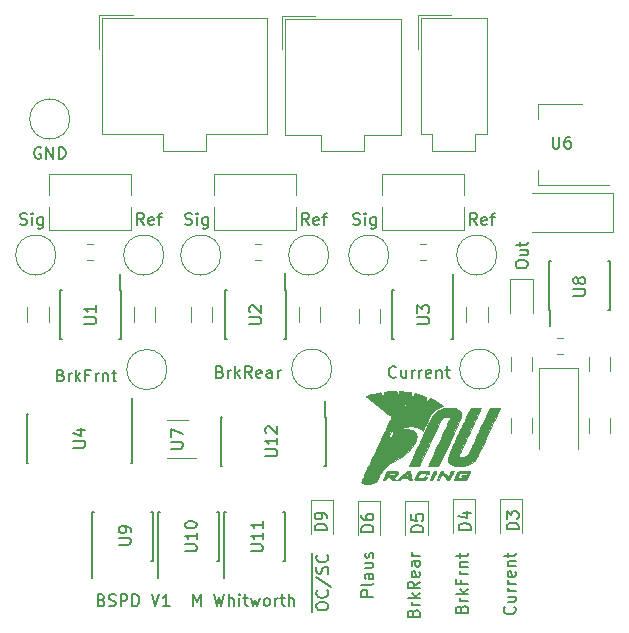
<source format=gbr>
G04 #@! TF.GenerationSoftware,KiCad,Pcbnew,(5.1.0)-1*
G04 #@! TF.CreationDate,2019-10-16T14:08:09+11:00*
G04 #@! TF.ProjectId,BSPD,42535044-2e6b-4696-9361-645f70636258,rev?*
G04 #@! TF.SameCoordinates,Original*
G04 #@! TF.FileFunction,Legend,Top*
G04 #@! TF.FilePolarity,Positive*
%FSLAX46Y46*%
G04 Gerber Fmt 4.6, Leading zero omitted, Abs format (unit mm)*
G04 Created by KiCad (PCBNEW (5.1.0)-1) date 2019-10-16 14:08:09*
%MOMM*%
%LPD*%
G04 APERTURE LIST*
%ADD10C,0.150000*%
%ADD11C,0.010000*%
%ADD12C,0.120000*%
G04 APERTURE END LIST*
D10*
X111381380Y-79615333D02*
X111381380Y-79424857D01*
X111429000Y-79329619D01*
X111524238Y-79234380D01*
X111714714Y-79186761D01*
X112048047Y-79186761D01*
X112238523Y-79234380D01*
X112333761Y-79329619D01*
X112381380Y-79424857D01*
X112381380Y-79615333D01*
X112333761Y-79710571D01*
X112238523Y-79805809D01*
X112048047Y-79853428D01*
X111714714Y-79853428D01*
X111524238Y-79805809D01*
X111429000Y-79710571D01*
X111381380Y-79615333D01*
X111714714Y-78329619D02*
X112381380Y-78329619D01*
X111714714Y-78758190D02*
X112238523Y-78758190D01*
X112333761Y-78710571D01*
X112381380Y-78615333D01*
X112381380Y-78472476D01*
X112333761Y-78377238D01*
X112286142Y-78329619D01*
X111714714Y-77996285D02*
X111714714Y-77615333D01*
X111381380Y-77853428D02*
X112238523Y-77853428D01*
X112333761Y-77805809D01*
X112381380Y-77710571D01*
X112381380Y-77615333D01*
X111270142Y-108523571D02*
X111317761Y-108571190D01*
X111365380Y-108714047D01*
X111365380Y-108809285D01*
X111317761Y-108952142D01*
X111222523Y-109047380D01*
X111127285Y-109095000D01*
X110936809Y-109142619D01*
X110793952Y-109142619D01*
X110603476Y-109095000D01*
X110508238Y-109047380D01*
X110413000Y-108952142D01*
X110365380Y-108809285D01*
X110365380Y-108714047D01*
X110413000Y-108571190D01*
X110460619Y-108523571D01*
X110698714Y-107666428D02*
X111365380Y-107666428D01*
X110698714Y-108095000D02*
X111222523Y-108095000D01*
X111317761Y-108047380D01*
X111365380Y-107952142D01*
X111365380Y-107809285D01*
X111317761Y-107714047D01*
X111270142Y-107666428D01*
X111365380Y-107190238D02*
X110698714Y-107190238D01*
X110889190Y-107190238D02*
X110793952Y-107142619D01*
X110746333Y-107095000D01*
X110698714Y-106999761D01*
X110698714Y-106904523D01*
X111365380Y-106571190D02*
X110698714Y-106571190D01*
X110889190Y-106571190D02*
X110793952Y-106523571D01*
X110746333Y-106475952D01*
X110698714Y-106380714D01*
X110698714Y-106285476D01*
X111317761Y-105571190D02*
X111365380Y-105666428D01*
X111365380Y-105856904D01*
X111317761Y-105952142D01*
X111222523Y-105999761D01*
X110841571Y-105999761D01*
X110746333Y-105952142D01*
X110698714Y-105856904D01*
X110698714Y-105666428D01*
X110746333Y-105571190D01*
X110841571Y-105523571D01*
X110936809Y-105523571D01*
X111032047Y-105999761D01*
X110698714Y-105095000D02*
X111365380Y-105095000D01*
X110793952Y-105095000D02*
X110746333Y-105047380D01*
X110698714Y-104952142D01*
X110698714Y-104809285D01*
X110746333Y-104714047D01*
X110841571Y-104666428D01*
X111365380Y-104666428D01*
X110698714Y-104333095D02*
X110698714Y-103952142D01*
X110365380Y-104190238D02*
X111222523Y-104190238D01*
X111317761Y-104142619D01*
X111365380Y-104047380D01*
X111365380Y-103952142D01*
X106777571Y-108714047D02*
X106825190Y-108571190D01*
X106872809Y-108523571D01*
X106968047Y-108475952D01*
X107110904Y-108475952D01*
X107206142Y-108523571D01*
X107253761Y-108571190D01*
X107301380Y-108666428D01*
X107301380Y-109047380D01*
X106301380Y-109047380D01*
X106301380Y-108714047D01*
X106349000Y-108618809D01*
X106396619Y-108571190D01*
X106491857Y-108523571D01*
X106587095Y-108523571D01*
X106682333Y-108571190D01*
X106729952Y-108618809D01*
X106777571Y-108714047D01*
X106777571Y-109047380D01*
X107301380Y-108047380D02*
X106634714Y-108047380D01*
X106825190Y-108047380D02*
X106729952Y-107999761D01*
X106682333Y-107952142D01*
X106634714Y-107856904D01*
X106634714Y-107761666D01*
X107301380Y-107428333D02*
X106301380Y-107428333D01*
X106920428Y-107333095D02*
X107301380Y-107047380D01*
X106634714Y-107047380D02*
X107015666Y-107428333D01*
X106777571Y-106285476D02*
X106777571Y-106618809D01*
X107301380Y-106618809D02*
X106301380Y-106618809D01*
X106301380Y-106142619D01*
X107301380Y-105761666D02*
X106634714Y-105761666D01*
X106825190Y-105761666D02*
X106729952Y-105714047D01*
X106682333Y-105666428D01*
X106634714Y-105571190D01*
X106634714Y-105475952D01*
X106634714Y-105142619D02*
X107301380Y-105142619D01*
X106729952Y-105142619D02*
X106682333Y-105095000D01*
X106634714Y-104999761D01*
X106634714Y-104856904D01*
X106682333Y-104761666D01*
X106777571Y-104714047D01*
X107301380Y-104714047D01*
X106634714Y-104380714D02*
X106634714Y-103999761D01*
X106301380Y-104237857D02*
X107158523Y-104237857D01*
X107253761Y-104190238D01*
X107301380Y-104095000D01*
X107301380Y-103999761D01*
X102713571Y-109055333D02*
X102761190Y-108912476D01*
X102808809Y-108864857D01*
X102904047Y-108817238D01*
X103046904Y-108817238D01*
X103142142Y-108864857D01*
X103189761Y-108912476D01*
X103237380Y-109007714D01*
X103237380Y-109388666D01*
X102237380Y-109388666D01*
X102237380Y-109055333D01*
X102285000Y-108960095D01*
X102332619Y-108912476D01*
X102427857Y-108864857D01*
X102523095Y-108864857D01*
X102618333Y-108912476D01*
X102665952Y-108960095D01*
X102713571Y-109055333D01*
X102713571Y-109388666D01*
X103237380Y-108388666D02*
X102570714Y-108388666D01*
X102761190Y-108388666D02*
X102665952Y-108341047D01*
X102618333Y-108293428D01*
X102570714Y-108198190D01*
X102570714Y-108102952D01*
X103237380Y-107769619D02*
X102237380Y-107769619D01*
X102856428Y-107674380D02*
X103237380Y-107388666D01*
X102570714Y-107388666D02*
X102951666Y-107769619D01*
X103237380Y-106388666D02*
X102761190Y-106722000D01*
X103237380Y-106960095D02*
X102237380Y-106960095D01*
X102237380Y-106579142D01*
X102285000Y-106483904D01*
X102332619Y-106436285D01*
X102427857Y-106388666D01*
X102570714Y-106388666D01*
X102665952Y-106436285D01*
X102713571Y-106483904D01*
X102761190Y-106579142D01*
X102761190Y-106960095D01*
X103189761Y-105579142D02*
X103237380Y-105674380D01*
X103237380Y-105864857D01*
X103189761Y-105960095D01*
X103094523Y-106007714D01*
X102713571Y-106007714D01*
X102618333Y-105960095D01*
X102570714Y-105864857D01*
X102570714Y-105674380D01*
X102618333Y-105579142D01*
X102713571Y-105531523D01*
X102808809Y-105531523D01*
X102904047Y-106007714D01*
X103237380Y-104674380D02*
X102713571Y-104674380D01*
X102618333Y-104722000D01*
X102570714Y-104817238D01*
X102570714Y-105007714D01*
X102618333Y-105102952D01*
X103189761Y-104674380D02*
X103237380Y-104769619D01*
X103237380Y-105007714D01*
X103189761Y-105102952D01*
X103094523Y-105150571D01*
X102999285Y-105150571D01*
X102904047Y-105102952D01*
X102856428Y-105007714D01*
X102856428Y-104769619D01*
X102808809Y-104674380D01*
X103237380Y-104198190D02*
X102570714Y-104198190D01*
X102761190Y-104198190D02*
X102665952Y-104150571D01*
X102618333Y-104102952D01*
X102570714Y-104007714D01*
X102570714Y-103912476D01*
X99300380Y-107666333D02*
X98300380Y-107666333D01*
X98300380Y-107285380D01*
X98348000Y-107190142D01*
X98395619Y-107142523D01*
X98490857Y-107094904D01*
X98633714Y-107094904D01*
X98728952Y-107142523D01*
X98776571Y-107190142D01*
X98824190Y-107285380D01*
X98824190Y-107666333D01*
X99300380Y-106523476D02*
X99252761Y-106618714D01*
X99157523Y-106666333D01*
X98300380Y-106666333D01*
X99300380Y-105713952D02*
X98776571Y-105713952D01*
X98681333Y-105761571D01*
X98633714Y-105856809D01*
X98633714Y-106047285D01*
X98681333Y-106142523D01*
X99252761Y-105713952D02*
X99300380Y-105809190D01*
X99300380Y-106047285D01*
X99252761Y-106142523D01*
X99157523Y-106190142D01*
X99062285Y-106190142D01*
X98967047Y-106142523D01*
X98919428Y-106047285D01*
X98919428Y-105809190D01*
X98871809Y-105713952D01*
X98633714Y-104809190D02*
X99300380Y-104809190D01*
X98633714Y-105237761D02*
X99157523Y-105237761D01*
X99252761Y-105190142D01*
X99300380Y-105094904D01*
X99300380Y-104952047D01*
X99252761Y-104856809D01*
X99205142Y-104809190D01*
X99252761Y-104380619D02*
X99300380Y-104285380D01*
X99300380Y-104094904D01*
X99252761Y-103999666D01*
X99157523Y-103952047D01*
X99109904Y-103952047D01*
X99014666Y-103999666D01*
X98967047Y-104094904D01*
X98967047Y-104237761D01*
X98919428Y-104333000D01*
X98824190Y-104380619D01*
X98776571Y-104380619D01*
X98681333Y-104333000D01*
X98633714Y-104237761D01*
X98633714Y-104094904D01*
X98681333Y-103999666D01*
X94123000Y-108991809D02*
X94123000Y-107944190D01*
X94490380Y-108563238D02*
X94490380Y-108372761D01*
X94538000Y-108277523D01*
X94633238Y-108182285D01*
X94823714Y-108134666D01*
X95157047Y-108134666D01*
X95347523Y-108182285D01*
X95442761Y-108277523D01*
X95490380Y-108372761D01*
X95490380Y-108563238D01*
X95442761Y-108658476D01*
X95347523Y-108753714D01*
X95157047Y-108801333D01*
X94823714Y-108801333D01*
X94633238Y-108753714D01*
X94538000Y-108658476D01*
X94490380Y-108563238D01*
X94123000Y-107944190D02*
X94123000Y-106944190D01*
X95395142Y-107134666D02*
X95442761Y-107182285D01*
X95490380Y-107325142D01*
X95490380Y-107420380D01*
X95442761Y-107563238D01*
X95347523Y-107658476D01*
X95252285Y-107706095D01*
X95061809Y-107753714D01*
X94918952Y-107753714D01*
X94728476Y-107706095D01*
X94633238Y-107658476D01*
X94538000Y-107563238D01*
X94490380Y-107420380D01*
X94490380Y-107325142D01*
X94538000Y-107182285D01*
X94585619Y-107134666D01*
X94123000Y-106944190D02*
X94123000Y-105896571D01*
X94442761Y-105991809D02*
X95728476Y-106848952D01*
X94123000Y-105896571D02*
X94123000Y-104944190D01*
X95442761Y-105706095D02*
X95490380Y-105563238D01*
X95490380Y-105325142D01*
X95442761Y-105229904D01*
X95395142Y-105182285D01*
X95299904Y-105134666D01*
X95204666Y-105134666D01*
X95109428Y-105182285D01*
X95061809Y-105229904D01*
X95014190Y-105325142D01*
X94966571Y-105515619D01*
X94918952Y-105610857D01*
X94871333Y-105658476D01*
X94776095Y-105706095D01*
X94680857Y-105706095D01*
X94585619Y-105658476D01*
X94538000Y-105610857D01*
X94490380Y-105515619D01*
X94490380Y-105277523D01*
X94538000Y-105134666D01*
X94123000Y-104944190D02*
X94123000Y-103944190D01*
X95395142Y-104134666D02*
X95442761Y-104182285D01*
X95490380Y-104325142D01*
X95490380Y-104420380D01*
X95442761Y-104563238D01*
X95347523Y-104658476D01*
X95252285Y-104706095D01*
X95061809Y-104753714D01*
X94918952Y-104753714D01*
X94728476Y-104706095D01*
X94633238Y-104658476D01*
X94538000Y-104563238D01*
X94490380Y-104420380D01*
X94490380Y-104325142D01*
X94538000Y-104182285D01*
X94585619Y-104134666D01*
X84021285Y-108444380D02*
X84021285Y-107444380D01*
X84354619Y-108158666D01*
X84687952Y-107444380D01*
X84687952Y-108444380D01*
X85830809Y-107444380D02*
X86068904Y-108444380D01*
X86259380Y-107730095D01*
X86449857Y-108444380D01*
X86687952Y-107444380D01*
X87068904Y-108444380D02*
X87068904Y-107444380D01*
X87497476Y-108444380D02*
X87497476Y-107920571D01*
X87449857Y-107825333D01*
X87354619Y-107777714D01*
X87211761Y-107777714D01*
X87116523Y-107825333D01*
X87068904Y-107872952D01*
X87973666Y-108444380D02*
X87973666Y-107777714D01*
X87973666Y-107444380D02*
X87926047Y-107492000D01*
X87973666Y-107539619D01*
X88021285Y-107492000D01*
X87973666Y-107444380D01*
X87973666Y-107539619D01*
X88307000Y-107777714D02*
X88687952Y-107777714D01*
X88449857Y-107444380D02*
X88449857Y-108301523D01*
X88497476Y-108396761D01*
X88592714Y-108444380D01*
X88687952Y-108444380D01*
X88926047Y-107777714D02*
X89116523Y-108444380D01*
X89307000Y-107968190D01*
X89497476Y-108444380D01*
X89687952Y-107777714D01*
X90211761Y-108444380D02*
X90116523Y-108396761D01*
X90068904Y-108349142D01*
X90021285Y-108253904D01*
X90021285Y-107968190D01*
X90068904Y-107872952D01*
X90116523Y-107825333D01*
X90211761Y-107777714D01*
X90354619Y-107777714D01*
X90449857Y-107825333D01*
X90497476Y-107872952D01*
X90545095Y-107968190D01*
X90545095Y-108253904D01*
X90497476Y-108349142D01*
X90449857Y-108396761D01*
X90354619Y-108444380D01*
X90211761Y-108444380D01*
X90973666Y-108444380D02*
X90973666Y-107777714D01*
X90973666Y-107968190D02*
X91021285Y-107872952D01*
X91068904Y-107825333D01*
X91164142Y-107777714D01*
X91259380Y-107777714D01*
X91449857Y-107777714D02*
X91830809Y-107777714D01*
X91592714Y-107444380D02*
X91592714Y-108301523D01*
X91640333Y-108396761D01*
X91735571Y-108444380D01*
X91830809Y-108444380D01*
X92164142Y-108444380D02*
X92164142Y-107444380D01*
X92592714Y-108444380D02*
X92592714Y-107920571D01*
X92545095Y-107825333D01*
X92449857Y-107777714D01*
X92307000Y-107777714D01*
X92211761Y-107825333D01*
X92164142Y-107872952D01*
X76303523Y-107942071D02*
X76446380Y-107989690D01*
X76494000Y-108037309D01*
X76541619Y-108132547D01*
X76541619Y-108275404D01*
X76494000Y-108370642D01*
X76446380Y-108418261D01*
X76351142Y-108465880D01*
X75970190Y-108465880D01*
X75970190Y-107465880D01*
X76303523Y-107465880D01*
X76398761Y-107513500D01*
X76446380Y-107561119D01*
X76494000Y-107656357D01*
X76494000Y-107751595D01*
X76446380Y-107846833D01*
X76398761Y-107894452D01*
X76303523Y-107942071D01*
X75970190Y-107942071D01*
X76922571Y-108418261D02*
X77065428Y-108465880D01*
X77303523Y-108465880D01*
X77398761Y-108418261D01*
X77446380Y-108370642D01*
X77494000Y-108275404D01*
X77494000Y-108180166D01*
X77446380Y-108084928D01*
X77398761Y-108037309D01*
X77303523Y-107989690D01*
X77113047Y-107942071D01*
X77017809Y-107894452D01*
X76970190Y-107846833D01*
X76922571Y-107751595D01*
X76922571Y-107656357D01*
X76970190Y-107561119D01*
X77017809Y-107513500D01*
X77113047Y-107465880D01*
X77351142Y-107465880D01*
X77494000Y-107513500D01*
X77922571Y-108465880D02*
X77922571Y-107465880D01*
X78303523Y-107465880D01*
X78398761Y-107513500D01*
X78446380Y-107561119D01*
X78494000Y-107656357D01*
X78494000Y-107799214D01*
X78446380Y-107894452D01*
X78398761Y-107942071D01*
X78303523Y-107989690D01*
X77922571Y-107989690D01*
X78922571Y-108465880D02*
X78922571Y-107465880D01*
X79160666Y-107465880D01*
X79303523Y-107513500D01*
X79398761Y-107608738D01*
X79446380Y-107703976D01*
X79494000Y-107894452D01*
X79494000Y-108037309D01*
X79446380Y-108227785D01*
X79398761Y-108323023D01*
X79303523Y-108418261D01*
X79160666Y-108465880D01*
X78922571Y-108465880D01*
X80541619Y-107465880D02*
X80874952Y-108465880D01*
X81208285Y-107465880D01*
X82065428Y-108465880D02*
X81494000Y-108465880D01*
X81779714Y-108465880D02*
X81779714Y-107465880D01*
X81684476Y-107608738D01*
X81589238Y-107703976D01*
X81494000Y-107751595D01*
D11*
G36*
X109763716Y-91661015D02*
G01*
X109884895Y-91664383D01*
X109978189Y-91669483D01*
X110035300Y-91675894D01*
X110049400Y-91681392D01*
X110039059Y-91709830D01*
X110010141Y-91777157D01*
X109965801Y-91876345D01*
X109909195Y-92000367D01*
X109843478Y-92142194D01*
X109818439Y-92195742D01*
X109758721Y-92323267D01*
X109681012Y-92489394D01*
X109588787Y-92686682D01*
X109485522Y-92907692D01*
X109374692Y-93144984D01*
X109259774Y-93391118D01*
X109144243Y-93638654D01*
X109066118Y-93806100D01*
X108892622Y-94178082D01*
X108739148Y-94506979D01*
X108604124Y-94795685D01*
X108485975Y-95047096D01*
X108383130Y-95264108D01*
X108294015Y-95449616D01*
X108217058Y-95606515D01*
X108150687Y-95737701D01*
X108093327Y-95846071D01*
X108043408Y-95934518D01*
X107999355Y-96005940D01*
X107959597Y-96063231D01*
X107922560Y-96109287D01*
X107886671Y-96147004D01*
X107850359Y-96179277D01*
X107812049Y-96209001D01*
X107770170Y-96239073D01*
X107728682Y-96268432D01*
X107480231Y-96418713D01*
X107214916Y-96524745D01*
X107127780Y-96549460D01*
X107012226Y-96571198D01*
X106862629Y-96587726D01*
X106695390Y-96598368D01*
X106526910Y-96602446D01*
X106373589Y-96599281D01*
X106251827Y-96588196D01*
X106239400Y-96586178D01*
X106046327Y-96533182D01*
X105886579Y-96449343D01*
X105763303Y-96338637D01*
X105679646Y-96205040D01*
X105638755Y-96052529D01*
X105643778Y-95885079D01*
X105651956Y-95844013D01*
X105665787Y-95807017D01*
X105699223Y-95728187D01*
X105750366Y-95611636D01*
X105817320Y-95461477D01*
X105898187Y-95281821D01*
X105991069Y-95076781D01*
X106094069Y-94850470D01*
X106205289Y-94607000D01*
X106322831Y-94350484D01*
X106444799Y-94085033D01*
X106569294Y-93814760D01*
X106694419Y-93543778D01*
X106818276Y-93276199D01*
X106938968Y-93016135D01*
X107054598Y-92767699D01*
X107163267Y-92535004D01*
X107263078Y-92322161D01*
X107352134Y-92133283D01*
X107428538Y-91972482D01*
X107490390Y-91843872D01*
X107535795Y-91751563D01*
X107562854Y-91699669D01*
X107568264Y-91690952D01*
X107600040Y-91680206D01*
X107670332Y-91672210D01*
X107769239Y-91666884D01*
X107886863Y-91664149D01*
X108013304Y-91663925D01*
X108138663Y-91666132D01*
X108253039Y-91670690D01*
X108346534Y-91677521D01*
X108409248Y-91686544D01*
X108431281Y-91697679D01*
X108431244Y-91697900D01*
X108419940Y-91724186D01*
X108388647Y-91793158D01*
X108338906Y-91901491D01*
X108272260Y-92045860D01*
X108190253Y-92222941D01*
X108094427Y-92429410D01*
X107986326Y-92661941D01*
X107867491Y-92917210D01*
X107739467Y-93191892D01*
X107603795Y-93482663D01*
X107472394Y-93763998D01*
X107331172Y-94066327D01*
X107196265Y-94355360D01*
X107069203Y-94627805D01*
X106951518Y-94880369D01*
X106844739Y-95109758D01*
X106750398Y-95312681D01*
X106670026Y-95485845D01*
X106605154Y-95625957D01*
X106557312Y-95729724D01*
X106528031Y-95793854D01*
X106518800Y-95815048D01*
X106541996Y-95823462D01*
X106603344Y-95827076D01*
X106690475Y-95826455D01*
X106791026Y-95822165D01*
X106892630Y-95814771D01*
X106982921Y-95804839D01*
X107049535Y-95792935D01*
X107059023Y-95790339D01*
X107166624Y-95750711D01*
X107250676Y-95699161D01*
X107321063Y-95625931D01*
X107387672Y-95521264D01*
X107443855Y-95410490D01*
X107464924Y-95366293D01*
X107485636Y-95322749D01*
X107507426Y-95276785D01*
X107531733Y-95225328D01*
X107559994Y-95165304D01*
X107593646Y-95093641D01*
X107634126Y-95007264D01*
X107682872Y-94903100D01*
X107741321Y-94778077D01*
X107810910Y-94629121D01*
X107893077Y-94453158D01*
X107989258Y-94247116D01*
X108100892Y-94007921D01*
X108229415Y-93732500D01*
X108376264Y-93417780D01*
X108542878Y-93060687D01*
X108577282Y-92986950D01*
X109196500Y-91659800D01*
X109622950Y-91659800D01*
X109763716Y-91661015D01*
X109763716Y-91661015D01*
G37*
X109763716Y-91661015D02*
X109884895Y-91664383D01*
X109978189Y-91669483D01*
X110035300Y-91675894D01*
X110049400Y-91681392D01*
X110039059Y-91709830D01*
X110010141Y-91777157D01*
X109965801Y-91876345D01*
X109909195Y-92000367D01*
X109843478Y-92142194D01*
X109818439Y-92195742D01*
X109758721Y-92323267D01*
X109681012Y-92489394D01*
X109588787Y-92686682D01*
X109485522Y-92907692D01*
X109374692Y-93144984D01*
X109259774Y-93391118D01*
X109144243Y-93638654D01*
X109066118Y-93806100D01*
X108892622Y-94178082D01*
X108739148Y-94506979D01*
X108604124Y-94795685D01*
X108485975Y-95047096D01*
X108383130Y-95264108D01*
X108294015Y-95449616D01*
X108217058Y-95606515D01*
X108150687Y-95737701D01*
X108093327Y-95846071D01*
X108043408Y-95934518D01*
X107999355Y-96005940D01*
X107959597Y-96063231D01*
X107922560Y-96109287D01*
X107886671Y-96147004D01*
X107850359Y-96179277D01*
X107812049Y-96209001D01*
X107770170Y-96239073D01*
X107728682Y-96268432D01*
X107480231Y-96418713D01*
X107214916Y-96524745D01*
X107127780Y-96549460D01*
X107012226Y-96571198D01*
X106862629Y-96587726D01*
X106695390Y-96598368D01*
X106526910Y-96602446D01*
X106373589Y-96599281D01*
X106251827Y-96588196D01*
X106239400Y-96586178D01*
X106046327Y-96533182D01*
X105886579Y-96449343D01*
X105763303Y-96338637D01*
X105679646Y-96205040D01*
X105638755Y-96052529D01*
X105643778Y-95885079D01*
X105651956Y-95844013D01*
X105665787Y-95807017D01*
X105699223Y-95728187D01*
X105750366Y-95611636D01*
X105817320Y-95461477D01*
X105898187Y-95281821D01*
X105991069Y-95076781D01*
X106094069Y-94850470D01*
X106205289Y-94607000D01*
X106322831Y-94350484D01*
X106444799Y-94085033D01*
X106569294Y-93814760D01*
X106694419Y-93543778D01*
X106818276Y-93276199D01*
X106938968Y-93016135D01*
X107054598Y-92767699D01*
X107163267Y-92535004D01*
X107263078Y-92322161D01*
X107352134Y-92133283D01*
X107428538Y-91972482D01*
X107490390Y-91843872D01*
X107535795Y-91751563D01*
X107562854Y-91699669D01*
X107568264Y-91690952D01*
X107600040Y-91680206D01*
X107670332Y-91672210D01*
X107769239Y-91666884D01*
X107886863Y-91664149D01*
X108013304Y-91663925D01*
X108138663Y-91666132D01*
X108253039Y-91670690D01*
X108346534Y-91677521D01*
X108409248Y-91686544D01*
X108431281Y-91697679D01*
X108431244Y-91697900D01*
X108419940Y-91724186D01*
X108388647Y-91793158D01*
X108338906Y-91901491D01*
X108272260Y-92045860D01*
X108190253Y-92222941D01*
X108094427Y-92429410D01*
X107986326Y-92661941D01*
X107867491Y-92917210D01*
X107739467Y-93191892D01*
X107603795Y-93482663D01*
X107472394Y-93763998D01*
X107331172Y-94066327D01*
X107196265Y-94355360D01*
X107069203Y-94627805D01*
X106951518Y-94880369D01*
X106844739Y-95109758D01*
X106750398Y-95312681D01*
X106670026Y-95485845D01*
X106605154Y-95625957D01*
X106557312Y-95729724D01*
X106528031Y-95793854D01*
X106518800Y-95815048D01*
X106541996Y-95823462D01*
X106603344Y-95827076D01*
X106690475Y-95826455D01*
X106791026Y-95822165D01*
X106892630Y-95814771D01*
X106982921Y-95804839D01*
X107049535Y-95792935D01*
X107059023Y-95790339D01*
X107166624Y-95750711D01*
X107250676Y-95699161D01*
X107321063Y-95625931D01*
X107387672Y-95521264D01*
X107443855Y-95410490D01*
X107464924Y-95366293D01*
X107485636Y-95322749D01*
X107507426Y-95276785D01*
X107531733Y-95225328D01*
X107559994Y-95165304D01*
X107593646Y-95093641D01*
X107634126Y-95007264D01*
X107682872Y-94903100D01*
X107741321Y-94778077D01*
X107810910Y-94629121D01*
X107893077Y-94453158D01*
X107989258Y-94247116D01*
X108100892Y-94007921D01*
X108229415Y-93732500D01*
X108376264Y-93417780D01*
X108542878Y-93060687D01*
X108577282Y-92986950D01*
X109196500Y-91659800D01*
X109622950Y-91659800D01*
X109763716Y-91661015D01*
G36*
X105962817Y-91675110D02*
G01*
X106078083Y-91678077D01*
X106164238Y-91684457D01*
X106232119Y-91695437D01*
X106292565Y-91712205D01*
X106351333Y-91733926D01*
X106515909Y-91820997D01*
X106641136Y-91933853D01*
X106724342Y-92068121D01*
X106762855Y-92219430D01*
X106754004Y-92383408D01*
X106752584Y-92390373D01*
X106736782Y-92437156D01*
X106700341Y-92527218D01*
X106644432Y-92657959D01*
X106570226Y-92826778D01*
X106478896Y-93031076D01*
X106371611Y-93268251D01*
X106249543Y-93535703D01*
X106113863Y-93830832D01*
X105965743Y-94151038D01*
X105806355Y-94493719D01*
X105773352Y-94564457D01*
X104823158Y-96600100D01*
X104409249Y-96607100D01*
X104268919Y-96608301D01*
X104146563Y-96607130D01*
X104051126Y-96603848D01*
X103991556Y-96598719D01*
X103976183Y-96594400D01*
X103982594Y-96568004D01*
X104008672Y-96500478D01*
X104052319Y-96396591D01*
X104111435Y-96261112D01*
X104183920Y-96098811D01*
X104267676Y-95914457D01*
X104360602Y-95712820D01*
X104426494Y-95571400D01*
X104534470Y-95340545D01*
X104643686Y-95106857D01*
X104750524Y-94878091D01*
X104851365Y-94662001D01*
X104942591Y-94466343D01*
X105020583Y-94298871D01*
X105081722Y-94167342D01*
X105096121Y-94136300D01*
X105165318Y-93987270D01*
X105250066Y-93805133D01*
X105344357Y-93602778D01*
X105442184Y-93393095D01*
X105537537Y-93188975D01*
X105587476Y-93082200D01*
X105878670Y-92459900D01*
X105658985Y-92452255D01*
X105517457Y-92450367D01*
X105399350Y-92458484D01*
X105299558Y-92481108D01*
X105212970Y-92522741D01*
X105134478Y-92587885D01*
X105058975Y-92681040D01*
X104981350Y-92806708D01*
X104896496Y-92969391D01*
X104799305Y-93173590D01*
X104771125Y-93234600D01*
X104690486Y-93409590D01*
X104607978Y-93588144D01*
X104528936Y-93758749D01*
X104458698Y-93909892D01*
X104402599Y-94030061D01*
X104388502Y-94060100D01*
X104350849Y-94140375D01*
X104294522Y-94260722D01*
X104222312Y-94415170D01*
X104137007Y-94597748D01*
X104041397Y-94802485D01*
X103938272Y-95023409D01*
X103830419Y-95254548D01*
X103730018Y-95469800D01*
X103202902Y-96600100D01*
X102778051Y-96607064D01*
X102610357Y-96608774D01*
X102488714Y-96607433D01*
X102408448Y-96602786D01*
X102364886Y-96594582D01*
X102353200Y-96584027D01*
X102363603Y-96554943D01*
X102393237Y-96485127D01*
X102439737Y-96379828D01*
X102500739Y-96244297D01*
X102573877Y-96083782D01*
X102656788Y-95903534D01*
X102747107Y-95708802D01*
X102756768Y-95688063D01*
X102974012Y-95222038D01*
X103170892Y-94799998D01*
X103348403Y-94419839D01*
X103507543Y-94079456D01*
X103649307Y-93776744D01*
X103774694Y-93509598D01*
X103884700Y-93275914D01*
X103980322Y-93073586D01*
X104062556Y-92900511D01*
X104132400Y-92754583D01*
X104190850Y-92633698D01*
X104238903Y-92535750D01*
X104277556Y-92458635D01*
X104307807Y-92400249D01*
X104330650Y-92358487D01*
X104345290Y-92334016D01*
X104481475Y-92163368D01*
X104658411Y-92008069D01*
X104866867Y-91874396D01*
X105097609Y-91768629D01*
X105248800Y-91719551D01*
X105337262Y-91699667D01*
X105439393Y-91686142D01*
X105566043Y-91678096D01*
X105728064Y-91674654D01*
X105807600Y-91674369D01*
X105962817Y-91675110D01*
X105962817Y-91675110D01*
G37*
X105962817Y-91675110D02*
X106078083Y-91678077D01*
X106164238Y-91684457D01*
X106232119Y-91695437D01*
X106292565Y-91712205D01*
X106351333Y-91733926D01*
X106515909Y-91820997D01*
X106641136Y-91933853D01*
X106724342Y-92068121D01*
X106762855Y-92219430D01*
X106754004Y-92383408D01*
X106752584Y-92390373D01*
X106736782Y-92437156D01*
X106700341Y-92527218D01*
X106644432Y-92657959D01*
X106570226Y-92826778D01*
X106478896Y-93031076D01*
X106371611Y-93268251D01*
X106249543Y-93535703D01*
X106113863Y-93830832D01*
X105965743Y-94151038D01*
X105806355Y-94493719D01*
X105773352Y-94564457D01*
X104823158Y-96600100D01*
X104409249Y-96607100D01*
X104268919Y-96608301D01*
X104146563Y-96607130D01*
X104051126Y-96603848D01*
X103991556Y-96598719D01*
X103976183Y-96594400D01*
X103982594Y-96568004D01*
X104008672Y-96500478D01*
X104052319Y-96396591D01*
X104111435Y-96261112D01*
X104183920Y-96098811D01*
X104267676Y-95914457D01*
X104360602Y-95712820D01*
X104426494Y-95571400D01*
X104534470Y-95340545D01*
X104643686Y-95106857D01*
X104750524Y-94878091D01*
X104851365Y-94662001D01*
X104942591Y-94466343D01*
X105020583Y-94298871D01*
X105081722Y-94167342D01*
X105096121Y-94136300D01*
X105165318Y-93987270D01*
X105250066Y-93805133D01*
X105344357Y-93602778D01*
X105442184Y-93393095D01*
X105537537Y-93188975D01*
X105587476Y-93082200D01*
X105878670Y-92459900D01*
X105658985Y-92452255D01*
X105517457Y-92450367D01*
X105399350Y-92458484D01*
X105299558Y-92481108D01*
X105212970Y-92522741D01*
X105134478Y-92587885D01*
X105058975Y-92681040D01*
X104981350Y-92806708D01*
X104896496Y-92969391D01*
X104799305Y-93173590D01*
X104771125Y-93234600D01*
X104690486Y-93409590D01*
X104607978Y-93588144D01*
X104528936Y-93758749D01*
X104458698Y-93909892D01*
X104402599Y-94030061D01*
X104388502Y-94060100D01*
X104350849Y-94140375D01*
X104294522Y-94260722D01*
X104222312Y-94415170D01*
X104137007Y-94597748D01*
X104041397Y-94802485D01*
X103938272Y-95023409D01*
X103830419Y-95254548D01*
X103730018Y-95469800D01*
X103202902Y-96600100D01*
X102778051Y-96607064D01*
X102610357Y-96608774D01*
X102488714Y-96607433D01*
X102408448Y-96602786D01*
X102364886Y-96594582D01*
X102353200Y-96584027D01*
X102363603Y-96554943D01*
X102393237Y-96485127D01*
X102439737Y-96379828D01*
X102500739Y-96244297D01*
X102573877Y-96083782D01*
X102656788Y-95903534D01*
X102747107Y-95708802D01*
X102756768Y-95688063D01*
X102974012Y-95222038D01*
X103170892Y-94799998D01*
X103348403Y-94419839D01*
X103507543Y-94079456D01*
X103649307Y-93776744D01*
X103774694Y-93509598D01*
X103884700Y-93275914D01*
X103980322Y-93073586D01*
X104062556Y-92900511D01*
X104132400Y-92754583D01*
X104190850Y-92633698D01*
X104238903Y-92535750D01*
X104277556Y-92458635D01*
X104307807Y-92400249D01*
X104330650Y-92358487D01*
X104345290Y-92334016D01*
X104481475Y-92163368D01*
X104658411Y-92008069D01*
X104866867Y-91874396D01*
X105097609Y-91768629D01*
X105248800Y-91719551D01*
X105337262Y-91699667D01*
X105439393Y-91686142D01*
X105566043Y-91678096D01*
X105728064Y-91674654D01*
X105807600Y-91674369D01*
X105962817Y-91675110D01*
G36*
X107257253Y-97021366D02*
G01*
X107353957Y-97025265D01*
X107419624Y-97033512D01*
X107460824Y-97046814D01*
X107484127Y-97065877D01*
X107493216Y-97082781D01*
X107494886Y-97142564D01*
X107467257Y-97202563D01*
X107422204Y-97242289D01*
X107397372Y-97248146D01*
X107327894Y-97255243D01*
X107287150Y-97263809D01*
X107242217Y-97266196D01*
X107230000Y-97238062D01*
X107223972Y-97220510D01*
X107200502Y-97208719D01*
X107151509Y-97201599D01*
X107068910Y-97198059D01*
X106944625Y-97197010D01*
X106925627Y-97197000D01*
X106621255Y-97197000D01*
X106560223Y-97317650D01*
X106515520Y-97409409D01*
X106473496Y-97501042D01*
X106459491Y-97533550D01*
X106419792Y-97628800D01*
X106731918Y-97628800D01*
X106862367Y-97628450D01*
X106951173Y-97626266D01*
X107007490Y-97620541D01*
X107040476Y-97609572D01*
X107059287Y-97591653D01*
X107072978Y-97565300D01*
X107101910Y-97501800D01*
X106937355Y-97501800D01*
X106853421Y-97500180D01*
X106794131Y-97495942D01*
X106772800Y-97490295D01*
X106782210Y-97461233D01*
X106802277Y-97414095D01*
X106816802Y-97386198D01*
X106836463Y-97367754D01*
X106870868Y-97356806D01*
X106929627Y-97351402D01*
X107022347Y-97349584D01*
X107120293Y-97349400D01*
X107408832Y-97349400D01*
X107360990Y-97444650D01*
X107316387Y-97535272D01*
X107271794Y-97628484D01*
X107268149Y-97636268D01*
X107237372Y-97693676D01*
X107201122Y-97736596D01*
X107152010Y-97767052D01*
X107082645Y-97787066D01*
X106985637Y-97798663D01*
X106853597Y-97803867D01*
X106679134Y-97804699D01*
X106653411Y-97804594D01*
X106509671Y-97803194D01*
X106382707Y-97800593D01*
X106281656Y-97797086D01*
X106215661Y-97792967D01*
X106194950Y-97789778D01*
X106168855Y-97761028D01*
X106167685Y-97703192D01*
X106192294Y-97612556D01*
X106243533Y-97485406D01*
X106286181Y-97392643D01*
X106345126Y-97269025D01*
X106393750Y-97177465D01*
X106440910Y-97113000D01*
X106495465Y-97070666D01*
X106566270Y-97045502D01*
X106662184Y-97032543D01*
X106792063Y-97026826D01*
X106944445Y-97023789D01*
X107122939Y-97021109D01*
X107257253Y-97021366D01*
X107257253Y-97021366D01*
G37*
X107257253Y-97021366D02*
X107353957Y-97025265D01*
X107419624Y-97033512D01*
X107460824Y-97046814D01*
X107484127Y-97065877D01*
X107493216Y-97082781D01*
X107494886Y-97142564D01*
X107467257Y-97202563D01*
X107422204Y-97242289D01*
X107397372Y-97248146D01*
X107327894Y-97255243D01*
X107287150Y-97263809D01*
X107242217Y-97266196D01*
X107230000Y-97238062D01*
X107223972Y-97220510D01*
X107200502Y-97208719D01*
X107151509Y-97201599D01*
X107068910Y-97198059D01*
X106944625Y-97197010D01*
X106925627Y-97197000D01*
X106621255Y-97197000D01*
X106560223Y-97317650D01*
X106515520Y-97409409D01*
X106473496Y-97501042D01*
X106459491Y-97533550D01*
X106419792Y-97628800D01*
X106731918Y-97628800D01*
X106862367Y-97628450D01*
X106951173Y-97626266D01*
X107007490Y-97620541D01*
X107040476Y-97609572D01*
X107059287Y-97591653D01*
X107072978Y-97565300D01*
X107101910Y-97501800D01*
X106937355Y-97501800D01*
X106853421Y-97500180D01*
X106794131Y-97495942D01*
X106772800Y-97490295D01*
X106782210Y-97461233D01*
X106802277Y-97414095D01*
X106816802Y-97386198D01*
X106836463Y-97367754D01*
X106870868Y-97356806D01*
X106929627Y-97351402D01*
X107022347Y-97349584D01*
X107120293Y-97349400D01*
X107408832Y-97349400D01*
X107360990Y-97444650D01*
X107316387Y-97535272D01*
X107271794Y-97628484D01*
X107268149Y-97636268D01*
X107237372Y-97693676D01*
X107201122Y-97736596D01*
X107152010Y-97767052D01*
X107082645Y-97787066D01*
X106985637Y-97798663D01*
X106853597Y-97803867D01*
X106679134Y-97804699D01*
X106653411Y-97804594D01*
X106509671Y-97803194D01*
X106382707Y-97800593D01*
X106281656Y-97797086D01*
X106215661Y-97792967D01*
X106194950Y-97789778D01*
X106168855Y-97761028D01*
X106167685Y-97703192D01*
X106192294Y-97612556D01*
X106243533Y-97485406D01*
X106286181Y-97392643D01*
X106345126Y-97269025D01*
X106393750Y-97177465D01*
X106440910Y-97113000D01*
X106495465Y-97070666D01*
X106566270Y-97045502D01*
X106662184Y-97032543D01*
X106792063Y-97026826D01*
X106944445Y-97023789D01*
X107122939Y-97021109D01*
X107257253Y-97021366D01*
G36*
X106073357Y-97021702D02*
G01*
X106109511Y-97027964D01*
X106112400Y-97030650D01*
X106102179Y-97056345D01*
X106073915Y-97120081D01*
X106031199Y-97213941D01*
X105977627Y-97330005D01*
X105936628Y-97418000D01*
X105871084Y-97557398D01*
X105822284Y-97657408D01*
X105785661Y-97724755D01*
X105756644Y-97766162D01*
X105730664Y-97788353D01*
X105703153Y-97798052D01*
X105676088Y-97801416D01*
X105638549Y-97801686D01*
X105603215Y-97791292D01*
X105562403Y-97764386D01*
X105508430Y-97715118D01*
X105433615Y-97637640D01*
X105367477Y-97566466D01*
X105282338Y-97475850D01*
X105208844Y-97400636D01*
X105154076Y-97347852D01*
X105125112Y-97324529D01*
X105123275Y-97324000D01*
X105105033Y-97345678D01*
X105071749Y-97404255D01*
X105028633Y-97490040D01*
X104993481Y-97565300D01*
X104884046Y-97806600D01*
X104772206Y-97806600D01*
X104707047Y-97802205D01*
X104671347Y-97791091D01*
X104668833Y-97784584D01*
X104682078Y-97755186D01*
X104713222Y-97688136D01*
X104758407Y-97591684D01*
X104813770Y-97474079D01*
X104853063Y-97390884D01*
X104918913Y-97252478D01*
X104967830Y-97153521D01*
X105004321Y-97087405D01*
X105032891Y-97047526D01*
X105058049Y-97027275D01*
X105084299Y-97020048D01*
X105106609Y-97019200D01*
X105144814Y-97025002D01*
X105188164Y-97046027D01*
X105243828Y-97087701D01*
X105318975Y-97155452D01*
X105420773Y-97254706D01*
X105430490Y-97264375D01*
X105676589Y-97509551D01*
X105791161Y-97264375D01*
X105905732Y-97019200D01*
X106009066Y-97019200D01*
X106073357Y-97021702D01*
X106073357Y-97021702D01*
G37*
X106073357Y-97021702D02*
X106109511Y-97027964D01*
X106112400Y-97030650D01*
X106102179Y-97056345D01*
X106073915Y-97120081D01*
X106031199Y-97213941D01*
X105977627Y-97330005D01*
X105936628Y-97418000D01*
X105871084Y-97557398D01*
X105822284Y-97657408D01*
X105785661Y-97724755D01*
X105756644Y-97766162D01*
X105730664Y-97788353D01*
X105703153Y-97798052D01*
X105676088Y-97801416D01*
X105638549Y-97801686D01*
X105603215Y-97791292D01*
X105562403Y-97764386D01*
X105508430Y-97715118D01*
X105433615Y-97637640D01*
X105367477Y-97566466D01*
X105282338Y-97475850D01*
X105208844Y-97400636D01*
X105154076Y-97347852D01*
X105125112Y-97324529D01*
X105123275Y-97324000D01*
X105105033Y-97345678D01*
X105071749Y-97404255D01*
X105028633Y-97490040D01*
X104993481Y-97565300D01*
X104884046Y-97806600D01*
X104772206Y-97806600D01*
X104707047Y-97802205D01*
X104671347Y-97791091D01*
X104668833Y-97784584D01*
X104682078Y-97755186D01*
X104713222Y-97688136D01*
X104758407Y-97591684D01*
X104813770Y-97474079D01*
X104853063Y-97390884D01*
X104918913Y-97252478D01*
X104967830Y-97153521D01*
X105004321Y-97087405D01*
X105032891Y-97047526D01*
X105058049Y-97027275D01*
X105084299Y-97020048D01*
X105106609Y-97019200D01*
X105144814Y-97025002D01*
X105188164Y-97046027D01*
X105243828Y-97087701D01*
X105318975Y-97155452D01*
X105420773Y-97254706D01*
X105430490Y-97264375D01*
X105676589Y-97509551D01*
X105791161Y-97264375D01*
X105905732Y-97019200D01*
X106009066Y-97019200D01*
X106073357Y-97021702D01*
G36*
X104658268Y-97025138D02*
G01*
X104664600Y-97028667D01*
X104654319Y-97054609D01*
X104625884Y-97118533D01*
X104582905Y-97212521D01*
X104528993Y-97328653D01*
X104487375Y-97417409D01*
X104310150Y-97793900D01*
X104195275Y-97801641D01*
X104127395Y-97802221D01*
X104086928Y-97794828D01*
X104081822Y-97788941D01*
X104092567Y-97760059D01*
X104121330Y-97693502D01*
X104164423Y-97597528D01*
X104218159Y-97480391D01*
X104255464Y-97400200D01*
X104427684Y-97031900D01*
X104546142Y-97024158D01*
X104615655Y-97021962D01*
X104658268Y-97025138D01*
X104658268Y-97025138D01*
G37*
X104658268Y-97025138D02*
X104664600Y-97028667D01*
X104654319Y-97054609D01*
X104625884Y-97118533D01*
X104582905Y-97212521D01*
X104528993Y-97328653D01*
X104487375Y-97417409D01*
X104310150Y-97793900D01*
X104195275Y-97801641D01*
X104127395Y-97802221D01*
X104086928Y-97794828D01*
X104081822Y-97788941D01*
X104092567Y-97760059D01*
X104121330Y-97693502D01*
X104164423Y-97597528D01*
X104218159Y-97480391D01*
X104255464Y-97400200D01*
X104427684Y-97031900D01*
X104546142Y-97024158D01*
X104615655Y-97021962D01*
X104658268Y-97025138D01*
G36*
X103871903Y-97025336D02*
G01*
X103961980Y-97034906D01*
X104018361Y-97052409D01*
X104046709Y-97079316D01*
X104052684Y-97117098D01*
X104047148Y-97148597D01*
X104007286Y-97241025D01*
X103939001Y-97295137D01*
X103857258Y-97316329D01*
X103785114Y-97322717D01*
X103755364Y-97311999D01*
X103760768Y-97277881D01*
X103776493Y-97246130D01*
X103785481Y-97224522D01*
X103779411Y-97210400D01*
X103750282Y-97202179D01*
X103690093Y-97198271D01*
X103590844Y-97197091D01*
X103528843Y-97197027D01*
X103254900Y-97197055D01*
X103166000Y-97392075D01*
X103124311Y-97483781D01*
X103090872Y-97557816D01*
X103071192Y-97601962D01*
X103068633Y-97607947D01*
X103088671Y-97616458D01*
X103149474Y-97623293D01*
X103241015Y-97627645D01*
X103328331Y-97628800D01*
X103596495Y-97628800D01*
X103636384Y-97551662D01*
X103667762Y-97501541D01*
X103704013Y-97484513D01*
X103766750Y-97490879D01*
X103770387Y-97491531D01*
X103833829Y-97504622D01*
X103871401Y-97515432D01*
X103874268Y-97517055D01*
X103874500Y-97547062D01*
X103851976Y-97601501D01*
X103815051Y-97664646D01*
X103772080Y-97720770D01*
X103758884Y-97734241D01*
X103732661Y-97756517D01*
X103703102Y-97772659D01*
X103661755Y-97783864D01*
X103600172Y-97791332D01*
X103509901Y-97796261D01*
X103382491Y-97799849D01*
X103281804Y-97801914D01*
X103124700Y-97804354D01*
X103010480Y-97804258D01*
X102931265Y-97801031D01*
X102879175Y-97794079D01*
X102846332Y-97782806D01*
X102825716Y-97767487D01*
X102805904Y-97744363D01*
X102796835Y-97718400D01*
X102800705Y-97681357D01*
X102819710Y-97624993D01*
X102856047Y-97541065D01*
X102911912Y-97421333D01*
X102925748Y-97392098D01*
X102986067Y-97266617D01*
X103036889Y-97174315D01*
X103087411Y-97109925D01*
X103146827Y-97068177D01*
X103224332Y-97043805D01*
X103329120Y-97031539D01*
X103470387Y-97026112D01*
X103568022Y-97024113D01*
X103742471Y-97022229D01*
X103871903Y-97025336D01*
X103871903Y-97025336D01*
G37*
X103871903Y-97025336D02*
X103961980Y-97034906D01*
X104018361Y-97052409D01*
X104046709Y-97079316D01*
X104052684Y-97117098D01*
X104047148Y-97148597D01*
X104007286Y-97241025D01*
X103939001Y-97295137D01*
X103857258Y-97316329D01*
X103785114Y-97322717D01*
X103755364Y-97311999D01*
X103760768Y-97277881D01*
X103776493Y-97246130D01*
X103785481Y-97224522D01*
X103779411Y-97210400D01*
X103750282Y-97202179D01*
X103690093Y-97198271D01*
X103590844Y-97197091D01*
X103528843Y-97197027D01*
X103254900Y-97197055D01*
X103166000Y-97392075D01*
X103124311Y-97483781D01*
X103090872Y-97557816D01*
X103071192Y-97601962D01*
X103068633Y-97607947D01*
X103088671Y-97616458D01*
X103149474Y-97623293D01*
X103241015Y-97627645D01*
X103328331Y-97628800D01*
X103596495Y-97628800D01*
X103636384Y-97551662D01*
X103667762Y-97501541D01*
X103704013Y-97484513D01*
X103766750Y-97490879D01*
X103770387Y-97491531D01*
X103833829Y-97504622D01*
X103871401Y-97515432D01*
X103874268Y-97517055D01*
X103874500Y-97547062D01*
X103851976Y-97601501D01*
X103815051Y-97664646D01*
X103772080Y-97720770D01*
X103758884Y-97734241D01*
X103732661Y-97756517D01*
X103703102Y-97772659D01*
X103661755Y-97783864D01*
X103600172Y-97791332D01*
X103509901Y-97796261D01*
X103382491Y-97799849D01*
X103281804Y-97801914D01*
X103124700Y-97804354D01*
X103010480Y-97804258D01*
X102931265Y-97801031D01*
X102879175Y-97794079D01*
X102846332Y-97782806D01*
X102825716Y-97767487D01*
X102805904Y-97744363D01*
X102796835Y-97718400D01*
X102800705Y-97681357D01*
X102819710Y-97624993D01*
X102856047Y-97541065D01*
X102911912Y-97421333D01*
X102925748Y-97392098D01*
X102986067Y-97266617D01*
X103036889Y-97174315D01*
X103087411Y-97109925D01*
X103146827Y-97068177D01*
X103224332Y-97043805D01*
X103329120Y-97031539D01*
X103470387Y-97026112D01*
X103568022Y-97024113D01*
X103742471Y-97022229D01*
X103871903Y-97025336D01*
G36*
X102362067Y-97020897D02*
G01*
X102400360Y-97023916D01*
X102404212Y-97025550D01*
X102409536Y-97051200D01*
X102424069Y-97117694D01*
X102445886Y-97216310D01*
X102473062Y-97338325D01*
X102488421Y-97407006D01*
X102516839Y-97538099D01*
X102539504Y-97650863D01*
X102554774Y-97736420D01*
X102561002Y-97785891D01*
X102560176Y-97794356D01*
X102529717Y-97801512D01*
X102466056Y-97805921D01*
X102425166Y-97806600D01*
X102350268Y-97803581D01*
X102313553Y-97791239D01*
X102302596Y-97764641D01*
X102302400Y-97757877D01*
X102299414Y-97702643D01*
X102284753Y-97665900D01*
X102249858Y-97643900D01*
X102186169Y-97632894D01*
X102085130Y-97629136D01*
X102007655Y-97628800D01*
X101743746Y-97628800D01*
X101645344Y-97717700D01*
X101572445Y-97774903D01*
X101506637Y-97801163D01*
X101439954Y-97806600D01*
X101376492Y-97801402D01*
X101343067Y-97788301D01*
X101341433Y-97781606D01*
X101362251Y-97758209D01*
X101415787Y-97706691D01*
X101496399Y-97632235D01*
X101598444Y-97540026D01*
X101672471Y-97474200D01*
X101908700Y-97474200D01*
X102257950Y-97476400D01*
X102242075Y-97397025D01*
X102230586Y-97324741D01*
X102226200Y-97270025D01*
X102221814Y-97236259D01*
X102204408Y-97227855D01*
X102167610Y-97247629D01*
X102105048Y-97298395D01*
X102048400Y-97348580D01*
X101908700Y-97474200D01*
X101672471Y-97474200D01*
X101716280Y-97435245D01*
X101769000Y-97388844D01*
X101906869Y-97268291D01*
X102012771Y-97177357D01*
X102092671Y-97111870D01*
X102152532Y-97067657D01*
X102198318Y-97040546D01*
X102235995Y-97026365D01*
X102271526Y-97020941D01*
X102296050Y-97020137D01*
X102362067Y-97020897D01*
X102362067Y-97020897D01*
G37*
X102362067Y-97020897D02*
X102400360Y-97023916D01*
X102404212Y-97025550D01*
X102409536Y-97051200D01*
X102424069Y-97117694D01*
X102445886Y-97216310D01*
X102473062Y-97338325D01*
X102488421Y-97407006D01*
X102516839Y-97538099D01*
X102539504Y-97650863D01*
X102554774Y-97736420D01*
X102561002Y-97785891D01*
X102560176Y-97794356D01*
X102529717Y-97801512D01*
X102466056Y-97805921D01*
X102425166Y-97806600D01*
X102350268Y-97803581D01*
X102313553Y-97791239D01*
X102302596Y-97764641D01*
X102302400Y-97757877D01*
X102299414Y-97702643D01*
X102284753Y-97665900D01*
X102249858Y-97643900D01*
X102186169Y-97632894D01*
X102085130Y-97629136D01*
X102007655Y-97628800D01*
X101743746Y-97628800D01*
X101645344Y-97717700D01*
X101572445Y-97774903D01*
X101506637Y-97801163D01*
X101439954Y-97806600D01*
X101376492Y-97801402D01*
X101343067Y-97788301D01*
X101341433Y-97781606D01*
X101362251Y-97758209D01*
X101415787Y-97706691D01*
X101496399Y-97632235D01*
X101598444Y-97540026D01*
X101672471Y-97474200D01*
X101908700Y-97474200D01*
X102257950Y-97476400D01*
X102242075Y-97397025D01*
X102230586Y-97324741D01*
X102226200Y-97270025D01*
X102221814Y-97236259D01*
X102204408Y-97227855D01*
X102167610Y-97247629D01*
X102105048Y-97298395D01*
X102048400Y-97348580D01*
X101908700Y-97474200D01*
X101672471Y-97474200D01*
X101716280Y-97435245D01*
X101769000Y-97388844D01*
X101906869Y-97268291D01*
X102012771Y-97177357D01*
X102092671Y-97111870D01*
X102152532Y-97067657D01*
X102198318Y-97040546D01*
X102235995Y-97026365D01*
X102271526Y-97020941D01*
X102296050Y-97020137D01*
X102362067Y-97020897D01*
G36*
X101050321Y-97020787D02*
G01*
X101181916Y-97025221D01*
X101284359Y-97032015D01*
X101348973Y-97040677D01*
X101364269Y-97045493D01*
X101402416Y-97082007D01*
X101409823Y-97139542D01*
X101386539Y-97226036D01*
X101365661Y-97277444D01*
X101292725Y-97402077D01*
X101199383Y-97482419D01*
X101086766Y-97521485D01*
X100980660Y-97539900D01*
X101097399Y-97673250D01*
X101214139Y-97806600D01*
X100892030Y-97806600D01*
X100782923Y-97666900D01*
X100722063Y-97592416D01*
X100676801Y-97550373D01*
X100633491Y-97531671D01*
X100578488Y-97527213D01*
X100573388Y-97527200D01*
X100516472Y-97529819D01*
X100479714Y-97545054D01*
X100450268Y-97583966D01*
X100415288Y-97657618D01*
X100411177Y-97666900D01*
X100349395Y-97806600D01*
X100231581Y-97806600D01*
X100164271Y-97802298D01*
X100125945Y-97791364D01*
X100122233Y-97783989D01*
X100135476Y-97754374D01*
X100166606Y-97687128D01*
X100211762Y-97590526D01*
X100267078Y-97472846D01*
X100306029Y-97390289D01*
X100328944Y-97341788D01*
X100575146Y-97341788D01*
X100598750Y-97349412D01*
X100662628Y-97354175D01*
X100756313Y-97355596D01*
X100842041Y-97354111D01*
X100961108Y-97350064D01*
X101039711Y-97344667D01*
X101088166Y-97335228D01*
X101116790Y-97319053D01*
X101135900Y-97293448D01*
X101145881Y-97274782D01*
X101166985Y-97220847D01*
X101167443Y-97188191D01*
X101166853Y-97187520D01*
X101136152Y-97180733D01*
X101066457Y-97175387D01*
X100969570Y-97172191D01*
X100901818Y-97171600D01*
X100652704Y-97171600D01*
X100613952Y-97246538D01*
X100587258Y-97303742D01*
X100575203Y-97340605D01*
X100575146Y-97341788D01*
X100328944Y-97341788D01*
X100481358Y-97019200D01*
X100898249Y-97019200D01*
X101050321Y-97020787D01*
X101050321Y-97020787D01*
G37*
X101050321Y-97020787D02*
X101181916Y-97025221D01*
X101284359Y-97032015D01*
X101348973Y-97040677D01*
X101364269Y-97045493D01*
X101402416Y-97082007D01*
X101409823Y-97139542D01*
X101386539Y-97226036D01*
X101365661Y-97277444D01*
X101292725Y-97402077D01*
X101199383Y-97482419D01*
X101086766Y-97521485D01*
X100980660Y-97539900D01*
X101097399Y-97673250D01*
X101214139Y-97806600D01*
X100892030Y-97806600D01*
X100782923Y-97666900D01*
X100722063Y-97592416D01*
X100676801Y-97550373D01*
X100633491Y-97531671D01*
X100578488Y-97527213D01*
X100573388Y-97527200D01*
X100516472Y-97529819D01*
X100479714Y-97545054D01*
X100450268Y-97583966D01*
X100415288Y-97657618D01*
X100411177Y-97666900D01*
X100349395Y-97806600D01*
X100231581Y-97806600D01*
X100164271Y-97802298D01*
X100125945Y-97791364D01*
X100122233Y-97783989D01*
X100135476Y-97754374D01*
X100166606Y-97687128D01*
X100211762Y-97590526D01*
X100267078Y-97472846D01*
X100306029Y-97390289D01*
X100328944Y-97341788D01*
X100575146Y-97341788D01*
X100598750Y-97349412D01*
X100662628Y-97354175D01*
X100756313Y-97355596D01*
X100842041Y-97354111D01*
X100961108Y-97350064D01*
X101039711Y-97344667D01*
X101088166Y-97335228D01*
X101116790Y-97319053D01*
X101135900Y-97293448D01*
X101145881Y-97274782D01*
X101166985Y-97220847D01*
X101167443Y-97188191D01*
X101166853Y-97187520D01*
X101136152Y-97180733D01*
X101066457Y-97175387D01*
X100969570Y-97172191D01*
X100901818Y-97171600D01*
X100652704Y-97171600D01*
X100613952Y-97246538D01*
X100587258Y-97303742D01*
X100575203Y-97340605D01*
X100575146Y-97341788D01*
X100328944Y-97341788D01*
X100481358Y-97019200D01*
X100898249Y-97019200D01*
X101050321Y-97020787D01*
G36*
X101287472Y-90459649D02*
G01*
X101317460Y-90547144D01*
X101343296Y-90614937D01*
X101359618Y-90649005D01*
X101360112Y-90649598D01*
X101376318Y-90636630D01*
X101404849Y-90585893D01*
X101440399Y-90507262D01*
X101452218Y-90478254D01*
X101527700Y-90288410D01*
X101723676Y-90288305D01*
X101803851Y-90291054D01*
X101910335Y-90298556D01*
X102032361Y-90309592D01*
X102159165Y-90322942D01*
X102279981Y-90337386D01*
X102384043Y-90351704D01*
X102460586Y-90364677D01*
X102498843Y-90375084D01*
X102500599Y-90376333D01*
X102508140Y-90403489D01*
X102520968Y-90468514D01*
X102536707Y-90559057D01*
X102541945Y-90591245D01*
X102558618Y-90688009D01*
X102573894Y-90763821D01*
X102585142Y-90806002D01*
X102587400Y-90810267D01*
X102606775Y-90798176D01*
X102643017Y-90753782D01*
X102670243Y-90714166D01*
X102726230Y-90630512D01*
X102783154Y-90549213D01*
X102801008Y-90524781D01*
X102861296Y-90443863D01*
X103045398Y-90493978D01*
X103149659Y-90523870D01*
X103281889Y-90563933D01*
X103421958Y-90607992D01*
X103505792Y-90635227D01*
X103782085Y-90726361D01*
X103769912Y-90979149D01*
X103757740Y-91231938D01*
X104126358Y-90865780D01*
X104439929Y-91029919D01*
X104587388Y-91108953D01*
X104732876Y-91190259D01*
X104869975Y-91269892D01*
X104992271Y-91343907D01*
X105093348Y-91408362D01*
X105166790Y-91459312D01*
X105206182Y-91492814D01*
X105210341Y-91503525D01*
X105180113Y-91519508D01*
X105116494Y-91546034D01*
X105044609Y-91573180D01*
X104834409Y-91666524D01*
X104638273Y-91791638D01*
X104443965Y-91956550D01*
X104409340Y-91990000D01*
X104306620Y-92096688D01*
X104218792Y-92202861D01*
X104138958Y-92319119D01*
X104060218Y-92456065D01*
X103975673Y-92624301D01*
X103921763Y-92739300D01*
X103864081Y-92863791D01*
X103793460Y-93015037D01*
X103718839Y-93173946D01*
X103649159Y-93321427D01*
X103649098Y-93321556D01*
X103493386Y-93649813D01*
X103447372Y-93575556D01*
X103347802Y-93454933D01*
X103214406Y-93362814D01*
X103043041Y-93296974D01*
X102858499Y-93259142D01*
X102650950Y-93244508D01*
X102416525Y-93253587D01*
X102172069Y-93284223D01*
X101934427Y-93334260D01*
X101720442Y-93401541D01*
X101707800Y-93406442D01*
X101584201Y-93454992D01*
X101949650Y-93472091D01*
X102095181Y-93480840D01*
X102235878Y-93492733D01*
X102357436Y-93506337D01*
X102445547Y-93520219D01*
X102458545Y-93523055D01*
X102644466Y-93586297D01*
X102792425Y-93678062D01*
X102900008Y-93795952D01*
X102964802Y-93937572D01*
X102983007Y-94043602D01*
X102973249Y-94196274D01*
X102926451Y-94371945D01*
X102846444Y-94563442D01*
X102737060Y-94763595D01*
X102602129Y-94965232D01*
X102445482Y-95161180D01*
X102306946Y-95309182D01*
X102071459Y-95523607D01*
X101799501Y-95737872D01*
X101504533Y-95942455D01*
X101200017Y-96127837D01*
X100991350Y-96239589D01*
X100742149Y-96386817D01*
X100496020Y-96572663D01*
X100265541Y-96785843D01*
X100063292Y-97015072D01*
X99946873Y-97176550D01*
X99895280Y-97262177D01*
X99837469Y-97368549D01*
X99778590Y-97484824D01*
X99723794Y-97600158D01*
X99678230Y-97703710D01*
X99647049Y-97784638D01*
X99635400Y-97832100D01*
X99635400Y-97832281D01*
X99612123Y-97872941D01*
X99548455Y-97920826D01*
X99453640Y-97972344D01*
X99336924Y-98023903D01*
X99207549Y-98071912D01*
X99074762Y-98112781D01*
X98947805Y-98142917D01*
X98835923Y-98158730D01*
X98791319Y-98160194D01*
X98707581Y-98156669D01*
X98641448Y-98149881D01*
X98619400Y-98145161D01*
X98576571Y-98127270D01*
X98506115Y-98094805D01*
X98447950Y-98066813D01*
X98366608Y-98021509D01*
X98325152Y-97982324D01*
X98314600Y-97945269D01*
X98325202Y-97901452D01*
X98354110Y-97823066D01*
X98396974Y-97721012D01*
X98449444Y-97606189D01*
X98452306Y-97600172D01*
X98463845Y-97575814D01*
X98762763Y-97575814D01*
X98763678Y-97637437D01*
X98766689Y-97725024D01*
X98767456Y-97743040D01*
X98772695Y-97834104D01*
X98778944Y-97901479D01*
X98784997Y-97932759D01*
X98785990Y-97933600D01*
X98802466Y-97913166D01*
X98832504Y-97861430D01*
X98849001Y-97830037D01*
X98901835Y-97726474D01*
X98835524Y-97639537D01*
X98794057Y-97586541D01*
X98767915Y-97555715D01*
X98764157Y-97552540D01*
X98762763Y-97575814D01*
X98463845Y-97575814D01*
X98493963Y-97512242D01*
X98553788Y-97385185D01*
X98628534Y-97225942D01*
X98714949Y-97041451D01*
X98809785Y-96838651D01*
X98909793Y-96624480D01*
X99011722Y-96405876D01*
X99033653Y-96358800D01*
X99132038Y-96147689D01*
X99245734Y-95903939D01*
X99371835Y-95633766D01*
X99507433Y-95343386D01*
X99649624Y-95039014D01*
X99795501Y-94726866D01*
X99942157Y-94413159D01*
X100002543Y-94284033D01*
X100542232Y-94284033D01*
X100550266Y-94287180D01*
X100556144Y-94283299D01*
X100589327Y-94257686D01*
X100651872Y-94209254D01*
X100733018Y-94146342D01*
X100778400Y-94111132D01*
X100862875Y-94045444D01*
X100932218Y-93991283D01*
X100976578Y-93956351D01*
X100986688Y-93948188D01*
X100988159Y-93918576D01*
X100976568Y-93852879D01*
X100954283Y-93763416D01*
X100944725Y-93729891D01*
X100884973Y-93526700D01*
X100744537Y-93821775D01*
X100665907Y-93988067D01*
X100608114Y-94113148D01*
X100569404Y-94201309D01*
X100548028Y-94256840D01*
X100542232Y-94284033D01*
X100002543Y-94284033D01*
X100086687Y-94104107D01*
X100226184Y-93805926D01*
X100357742Y-93524833D01*
X100478455Y-93267044D01*
X100585417Y-93038773D01*
X100675721Y-92846237D01*
X100724620Y-92742111D01*
X100775072Y-92632322D01*
X100816189Y-92538213D01*
X100843723Y-92469834D01*
X100853431Y-92437311D01*
X100833714Y-92416834D01*
X100777454Y-92368238D01*
X100688309Y-92294462D01*
X100569936Y-92198442D01*
X100425993Y-92083117D01*
X100260138Y-91951424D01*
X100076030Y-91806300D01*
X99877326Y-91650683D01*
X99813835Y-91601197D01*
X101769375Y-91601197D01*
X101776334Y-91697359D01*
X101794188Y-91813571D01*
X101819140Y-91931553D01*
X101847393Y-92033029D01*
X101871661Y-92093583D01*
X101901665Y-92138944D01*
X101917264Y-92140896D01*
X101917502Y-92105016D01*
X101901424Y-92036883D01*
X101888322Y-91996350D01*
X101867675Y-91915971D01*
X101850937Y-91812263D01*
X101838920Y-91697978D01*
X101832437Y-91585863D01*
X101832298Y-91488670D01*
X101839317Y-91419148D01*
X101849881Y-91392719D01*
X101881421Y-91394199D01*
X101936194Y-91428228D01*
X102005867Y-91487553D01*
X102082106Y-91564921D01*
X102156577Y-91653081D01*
X102171370Y-91672500D01*
X102228087Y-91744691D01*
X102258458Y-91774956D01*
X102262546Y-91764765D01*
X102240412Y-91715588D01*
X102192117Y-91628897D01*
X102167817Y-91587917D01*
X102113512Y-91506958D01*
X102048178Y-91423273D01*
X101980186Y-91345901D01*
X101917905Y-91283877D01*
X101869707Y-91246240D01*
X101845845Y-91240301D01*
X101824246Y-91275814D01*
X101802640Y-91346889D01*
X101784236Y-91438389D01*
X101772240Y-91535179D01*
X101769375Y-91601197D01*
X99813835Y-91601197D01*
X99761231Y-91560197D01*
X99556104Y-91400286D01*
X99363549Y-91249578D01*
X99187214Y-91110970D01*
X99030745Y-90987357D01*
X98897791Y-90881635D01*
X98791998Y-90796699D01*
X98717014Y-90735446D01*
X98676486Y-90700771D01*
X98670200Y-90694026D01*
X98693581Y-90679339D01*
X98758356Y-90655159D01*
X98856476Y-90623643D01*
X98979887Y-90586948D01*
X99120539Y-90547232D01*
X99270381Y-90506651D01*
X99421360Y-90467364D01*
X99565427Y-90431527D01*
X99694529Y-90401297D01*
X99800615Y-90378832D01*
X99875634Y-90366288D01*
X99900460Y-90364400D01*
X99917020Y-90384906D01*
X99951925Y-90439662D01*
X99998825Y-90518525D01*
X100019730Y-90554916D01*
X100070101Y-90638092D01*
X100112450Y-90698208D01*
X100140190Y-90726319D01*
X100145963Y-90726366D01*
X100159561Y-90693920D01*
X100179426Y-90625258D01*
X100201715Y-90533946D01*
X100206237Y-90513650D01*
X100248675Y-90320001D01*
X100364682Y-90304100D01*
X100432338Y-90298340D01*
X100537908Y-90293510D01*
X100668511Y-90290028D01*
X100811264Y-90288309D01*
X100856074Y-90288199D01*
X101231458Y-90288199D01*
X101287472Y-90459649D01*
X101287472Y-90459649D01*
G37*
X101287472Y-90459649D02*
X101317460Y-90547144D01*
X101343296Y-90614937D01*
X101359618Y-90649005D01*
X101360112Y-90649598D01*
X101376318Y-90636630D01*
X101404849Y-90585893D01*
X101440399Y-90507262D01*
X101452218Y-90478254D01*
X101527700Y-90288410D01*
X101723676Y-90288305D01*
X101803851Y-90291054D01*
X101910335Y-90298556D01*
X102032361Y-90309592D01*
X102159165Y-90322942D01*
X102279981Y-90337386D01*
X102384043Y-90351704D01*
X102460586Y-90364677D01*
X102498843Y-90375084D01*
X102500599Y-90376333D01*
X102508140Y-90403489D01*
X102520968Y-90468514D01*
X102536707Y-90559057D01*
X102541945Y-90591245D01*
X102558618Y-90688009D01*
X102573894Y-90763821D01*
X102585142Y-90806002D01*
X102587400Y-90810267D01*
X102606775Y-90798176D01*
X102643017Y-90753782D01*
X102670243Y-90714166D01*
X102726230Y-90630512D01*
X102783154Y-90549213D01*
X102801008Y-90524781D01*
X102861296Y-90443863D01*
X103045398Y-90493978D01*
X103149659Y-90523870D01*
X103281889Y-90563933D01*
X103421958Y-90607992D01*
X103505792Y-90635227D01*
X103782085Y-90726361D01*
X103769912Y-90979149D01*
X103757740Y-91231938D01*
X104126358Y-90865780D01*
X104439929Y-91029919D01*
X104587388Y-91108953D01*
X104732876Y-91190259D01*
X104869975Y-91269892D01*
X104992271Y-91343907D01*
X105093348Y-91408362D01*
X105166790Y-91459312D01*
X105206182Y-91492814D01*
X105210341Y-91503525D01*
X105180113Y-91519508D01*
X105116494Y-91546034D01*
X105044609Y-91573180D01*
X104834409Y-91666524D01*
X104638273Y-91791638D01*
X104443965Y-91956550D01*
X104409340Y-91990000D01*
X104306620Y-92096688D01*
X104218792Y-92202861D01*
X104138958Y-92319119D01*
X104060218Y-92456065D01*
X103975673Y-92624301D01*
X103921763Y-92739300D01*
X103864081Y-92863791D01*
X103793460Y-93015037D01*
X103718839Y-93173946D01*
X103649159Y-93321427D01*
X103649098Y-93321556D01*
X103493386Y-93649813D01*
X103447372Y-93575556D01*
X103347802Y-93454933D01*
X103214406Y-93362814D01*
X103043041Y-93296974D01*
X102858499Y-93259142D01*
X102650950Y-93244508D01*
X102416525Y-93253587D01*
X102172069Y-93284223D01*
X101934427Y-93334260D01*
X101720442Y-93401541D01*
X101707800Y-93406442D01*
X101584201Y-93454992D01*
X101949650Y-93472091D01*
X102095181Y-93480840D01*
X102235878Y-93492733D01*
X102357436Y-93506337D01*
X102445547Y-93520219D01*
X102458545Y-93523055D01*
X102644466Y-93586297D01*
X102792425Y-93678062D01*
X102900008Y-93795952D01*
X102964802Y-93937572D01*
X102983007Y-94043602D01*
X102973249Y-94196274D01*
X102926451Y-94371945D01*
X102846444Y-94563442D01*
X102737060Y-94763595D01*
X102602129Y-94965232D01*
X102445482Y-95161180D01*
X102306946Y-95309182D01*
X102071459Y-95523607D01*
X101799501Y-95737872D01*
X101504533Y-95942455D01*
X101200017Y-96127837D01*
X100991350Y-96239589D01*
X100742149Y-96386817D01*
X100496020Y-96572663D01*
X100265541Y-96785843D01*
X100063292Y-97015072D01*
X99946873Y-97176550D01*
X99895280Y-97262177D01*
X99837469Y-97368549D01*
X99778590Y-97484824D01*
X99723794Y-97600158D01*
X99678230Y-97703710D01*
X99647049Y-97784638D01*
X99635400Y-97832100D01*
X99635400Y-97832281D01*
X99612123Y-97872941D01*
X99548455Y-97920826D01*
X99453640Y-97972344D01*
X99336924Y-98023903D01*
X99207549Y-98071912D01*
X99074762Y-98112781D01*
X98947805Y-98142917D01*
X98835923Y-98158730D01*
X98791319Y-98160194D01*
X98707581Y-98156669D01*
X98641448Y-98149881D01*
X98619400Y-98145161D01*
X98576571Y-98127270D01*
X98506115Y-98094805D01*
X98447950Y-98066813D01*
X98366608Y-98021509D01*
X98325152Y-97982324D01*
X98314600Y-97945269D01*
X98325202Y-97901452D01*
X98354110Y-97823066D01*
X98396974Y-97721012D01*
X98449444Y-97606189D01*
X98452306Y-97600172D01*
X98463845Y-97575814D01*
X98762763Y-97575814D01*
X98763678Y-97637437D01*
X98766689Y-97725024D01*
X98767456Y-97743040D01*
X98772695Y-97834104D01*
X98778944Y-97901479D01*
X98784997Y-97932759D01*
X98785990Y-97933600D01*
X98802466Y-97913166D01*
X98832504Y-97861430D01*
X98849001Y-97830037D01*
X98901835Y-97726474D01*
X98835524Y-97639537D01*
X98794057Y-97586541D01*
X98767915Y-97555715D01*
X98764157Y-97552540D01*
X98762763Y-97575814D01*
X98463845Y-97575814D01*
X98493963Y-97512242D01*
X98553788Y-97385185D01*
X98628534Y-97225942D01*
X98714949Y-97041451D01*
X98809785Y-96838651D01*
X98909793Y-96624480D01*
X99011722Y-96405876D01*
X99033653Y-96358800D01*
X99132038Y-96147689D01*
X99245734Y-95903939D01*
X99371835Y-95633766D01*
X99507433Y-95343386D01*
X99649624Y-95039014D01*
X99795501Y-94726866D01*
X99942157Y-94413159D01*
X100002543Y-94284033D01*
X100542232Y-94284033D01*
X100550266Y-94287180D01*
X100556144Y-94283299D01*
X100589327Y-94257686D01*
X100651872Y-94209254D01*
X100733018Y-94146342D01*
X100778400Y-94111132D01*
X100862875Y-94045444D01*
X100932218Y-93991283D01*
X100976578Y-93956351D01*
X100986688Y-93948188D01*
X100988159Y-93918576D01*
X100976568Y-93852879D01*
X100954283Y-93763416D01*
X100944725Y-93729891D01*
X100884973Y-93526700D01*
X100744537Y-93821775D01*
X100665907Y-93988067D01*
X100608114Y-94113148D01*
X100569404Y-94201309D01*
X100548028Y-94256840D01*
X100542232Y-94284033D01*
X100002543Y-94284033D01*
X100086687Y-94104107D01*
X100226184Y-93805926D01*
X100357742Y-93524833D01*
X100478455Y-93267044D01*
X100585417Y-93038773D01*
X100675721Y-92846237D01*
X100724620Y-92742111D01*
X100775072Y-92632322D01*
X100816189Y-92538213D01*
X100843723Y-92469834D01*
X100853431Y-92437311D01*
X100833714Y-92416834D01*
X100777454Y-92368238D01*
X100688309Y-92294462D01*
X100569936Y-92198442D01*
X100425993Y-92083117D01*
X100260138Y-91951424D01*
X100076030Y-91806300D01*
X99877326Y-91650683D01*
X99813835Y-91601197D01*
X101769375Y-91601197D01*
X101776334Y-91697359D01*
X101794188Y-91813571D01*
X101819140Y-91931553D01*
X101847393Y-92033029D01*
X101871661Y-92093583D01*
X101901665Y-92138944D01*
X101917264Y-92140896D01*
X101917502Y-92105016D01*
X101901424Y-92036883D01*
X101888322Y-91996350D01*
X101867675Y-91915971D01*
X101850937Y-91812263D01*
X101838920Y-91697978D01*
X101832437Y-91585863D01*
X101832298Y-91488670D01*
X101839317Y-91419148D01*
X101849881Y-91392719D01*
X101881421Y-91394199D01*
X101936194Y-91428228D01*
X102005867Y-91487553D01*
X102082106Y-91564921D01*
X102156577Y-91653081D01*
X102171370Y-91672500D01*
X102228087Y-91744691D01*
X102258458Y-91774956D01*
X102262546Y-91764765D01*
X102240412Y-91715588D01*
X102192117Y-91628897D01*
X102167817Y-91587917D01*
X102113512Y-91506958D01*
X102048178Y-91423273D01*
X101980186Y-91345901D01*
X101917905Y-91283877D01*
X101869707Y-91246240D01*
X101845845Y-91240301D01*
X101824246Y-91275814D01*
X101802640Y-91346889D01*
X101784236Y-91438389D01*
X101772240Y-91535179D01*
X101769375Y-91601197D01*
X99813835Y-91601197D01*
X99761231Y-91560197D01*
X99556104Y-91400286D01*
X99363549Y-91249578D01*
X99187214Y-91110970D01*
X99030745Y-90987357D01*
X98897791Y-90881635D01*
X98791998Y-90796699D01*
X98717014Y-90735446D01*
X98676486Y-90700771D01*
X98670200Y-90694026D01*
X98693581Y-90679339D01*
X98758356Y-90655159D01*
X98856476Y-90623643D01*
X98979887Y-90586948D01*
X99120539Y-90547232D01*
X99270381Y-90506651D01*
X99421360Y-90467364D01*
X99565427Y-90431527D01*
X99694529Y-90401297D01*
X99800615Y-90378832D01*
X99875634Y-90366288D01*
X99900460Y-90364400D01*
X99917020Y-90384906D01*
X99951925Y-90439662D01*
X99998825Y-90518525D01*
X100019730Y-90554916D01*
X100070101Y-90638092D01*
X100112450Y-90698208D01*
X100140190Y-90726319D01*
X100145963Y-90726366D01*
X100159561Y-90693920D01*
X100179426Y-90625258D01*
X100201715Y-90533946D01*
X100206237Y-90513650D01*
X100248675Y-90320001D01*
X100364682Y-90304100D01*
X100432338Y-90298340D01*
X100537908Y-90293510D01*
X100668511Y-90290028D01*
X100811264Y-90288309D01*
X100856074Y-90288199D01*
X101231458Y-90288199D01*
X101287472Y-90459649D01*
D10*
X95255000Y-92459000D02*
X95255000Y-91084000D01*
X86380000Y-92459000D02*
X86380000Y-96609000D01*
X95280000Y-92459000D02*
X95280000Y-96609000D01*
X86380000Y-92459000D02*
X86495000Y-92459000D01*
X86380000Y-96609000D02*
X86495000Y-96609000D01*
X95280000Y-96609000D02*
X95165000Y-96609000D01*
X95280000Y-92459000D02*
X95255000Y-92459000D01*
X78872000Y-92200500D02*
X78872000Y-90825500D01*
X69997000Y-92200500D02*
X69997000Y-96350500D01*
X78897000Y-92200500D02*
X78897000Y-96350500D01*
X69997000Y-92200500D02*
X70112000Y-92200500D01*
X69997000Y-96350500D02*
X70112000Y-96350500D01*
X78897000Y-96350500D02*
X78782000Y-96350500D01*
X78897000Y-92200500D02*
X78872000Y-92200500D01*
D12*
X94014500Y-99464500D02*
X94014500Y-102324500D01*
X95934500Y-99464500D02*
X94014500Y-99464500D01*
X95934500Y-102324500D02*
X95934500Y-99464500D01*
X75569578Y-79196000D02*
X75052422Y-79196000D01*
X75569578Y-77776000D02*
X75052422Y-77776000D01*
X89796252Y-79196000D02*
X89273748Y-79196000D01*
X89796252Y-77776000D02*
X89273748Y-77776000D01*
X103766252Y-77776000D02*
X103243748Y-77776000D01*
X103766252Y-79196000D02*
X103243748Y-79196000D01*
X114889748Y-87159000D02*
X115412252Y-87159000D01*
X114889748Y-85739000D02*
X115412252Y-85739000D01*
X119631000Y-76749000D02*
X112731000Y-76749000D01*
X119631000Y-73449000D02*
X112731000Y-73449000D01*
X119631000Y-76749000D02*
X119631000Y-73449000D01*
X110020400Y-99375400D02*
X110020400Y-102235400D01*
X111940400Y-99375400D02*
X110020400Y-99375400D01*
X111940400Y-102235400D02*
X111940400Y-99375400D01*
X107952600Y-102260800D02*
X107952600Y-99400800D01*
X107952600Y-99400800D02*
X106032600Y-99400800D01*
X106032600Y-99400800D02*
X106032600Y-102260800D01*
X102019400Y-99562200D02*
X102019400Y-102422200D01*
X103939400Y-99562200D02*
X102019400Y-99562200D01*
X103939400Y-102422200D02*
X103939400Y-99562200D01*
X99900800Y-102413200D02*
X99900800Y-99553200D01*
X99900800Y-99553200D02*
X97980800Y-99553200D01*
X97980800Y-99553200D02*
X97980800Y-102413200D01*
X116674000Y-88272000D02*
X113374000Y-88272000D01*
X113374000Y-88272000D02*
X113374000Y-95172000D01*
X116674000Y-88272000D02*
X116674000Y-95172000D01*
X112809000Y-83639000D02*
X112809000Y-80779000D01*
X112809000Y-80779000D02*
X110889000Y-80779000D01*
X110889000Y-80779000D02*
X110889000Y-83639000D01*
X78939000Y-58455000D02*
X76089000Y-58455000D01*
X81529000Y-68515000D02*
X81529000Y-69915000D01*
X85149000Y-68515000D02*
X85149000Y-69915000D01*
X85149000Y-69915000D02*
X83339000Y-69915000D01*
X76089000Y-58455000D02*
X76089000Y-61305000D01*
X90349000Y-68515000D02*
X85149000Y-68515000D01*
X83339000Y-58695000D02*
X90349000Y-58695000D01*
X76329000Y-68515000D02*
X81529000Y-68515000D01*
X90349000Y-58695000D02*
X90349000Y-68515000D01*
X83339000Y-58695000D02*
X76329000Y-58695000D01*
X81529000Y-69915000D02*
X83339000Y-69915000D01*
X76329000Y-58695000D02*
X76329000Y-68515000D01*
X96715000Y-58727000D02*
X91805000Y-58727000D01*
X91805000Y-58727000D02*
X91805000Y-68547000D01*
X91805000Y-68547000D02*
X94905000Y-68547000D01*
X94905000Y-68547000D02*
X94905000Y-69947000D01*
X94905000Y-69947000D02*
X96715000Y-69947000D01*
X96715000Y-58727000D02*
X101625000Y-58727000D01*
X101625000Y-58727000D02*
X101625000Y-68547000D01*
X101625000Y-68547000D02*
X98525000Y-68547000D01*
X98525000Y-68547000D02*
X98525000Y-69947000D01*
X98525000Y-69947000D02*
X96715000Y-69947000D01*
X94415000Y-58487000D02*
X91565000Y-58487000D01*
X91565000Y-58487000D02*
X91565000Y-61337000D01*
X103324000Y-58695000D02*
X103324000Y-68515000D01*
X108944000Y-68515000D02*
X107944000Y-68515000D01*
X103324000Y-68515000D02*
X104324000Y-68515000D01*
X106134000Y-58695000D02*
X103324000Y-58695000D01*
X108944000Y-58695000D02*
X108944000Y-68515000D01*
X106134000Y-58695000D02*
X108944000Y-58695000D01*
X104324000Y-69915000D02*
X106134000Y-69915000D01*
X104324000Y-68515000D02*
X104324000Y-69915000D01*
X105934000Y-58455000D02*
X103084000Y-58455000D01*
X103084000Y-58455000D02*
X103084000Y-61305000D01*
X107944000Y-68515000D02*
X107944000Y-69915000D01*
X107944000Y-69915000D02*
X106134000Y-69915000D01*
X80835000Y-84385564D02*
X80835000Y-83181436D01*
X79015000Y-84385564D02*
X79015000Y-83181436D01*
X92985000Y-84385564D02*
X92985000Y-83181436D01*
X94805000Y-84385564D02*
X94805000Y-83181436D01*
X69998000Y-84373564D02*
X69998000Y-83169436D01*
X71818000Y-84373564D02*
X71818000Y-83169436D01*
X83841000Y-83169436D02*
X83841000Y-84373564D01*
X85661000Y-83169436D02*
X85661000Y-84373564D01*
X108987000Y-84385564D02*
X108987000Y-83181436D01*
X107167000Y-84385564D02*
X107167000Y-83181436D01*
X98065000Y-84500564D02*
X98065000Y-83296436D01*
X99885000Y-84500564D02*
X99885000Y-83296436D01*
X112759000Y-93782064D02*
X112759000Y-92577936D01*
X110939000Y-93782064D02*
X110939000Y-92577936D01*
X112759000Y-88575064D02*
X112759000Y-87370936D01*
X110939000Y-88575064D02*
X110939000Y-87370936D01*
X117543000Y-92577936D02*
X117543000Y-93782064D01*
X119363000Y-92577936D02*
X119363000Y-93782064D01*
X117543000Y-88575064D02*
X117543000Y-87370936D01*
X119363000Y-88575064D02*
X119363000Y-87370936D01*
X78786000Y-74664000D02*
X78786000Y-76628000D01*
X78786000Y-71888000D02*
X78786000Y-73674000D01*
X71836000Y-74664000D02*
X71836000Y-76628000D01*
X71836000Y-71888000D02*
X71836000Y-73674000D01*
X71836000Y-76628000D02*
X78786000Y-76628000D01*
X71836000Y-71888000D02*
X78786000Y-71888000D01*
X85806000Y-71888000D02*
X92756000Y-71888000D01*
X85806000Y-76628000D02*
X92756000Y-76628000D01*
X85806000Y-71888000D02*
X85806000Y-73674000D01*
X85806000Y-74664000D02*
X85806000Y-76628000D01*
X92756000Y-71888000D02*
X92756000Y-73674000D01*
X92756000Y-74664000D02*
X92756000Y-76628000D01*
X106980000Y-74664000D02*
X106980000Y-76628000D01*
X106980000Y-71888000D02*
X106980000Y-73674000D01*
X100030000Y-74664000D02*
X100030000Y-76628000D01*
X100030000Y-71888000D02*
X100030000Y-73674000D01*
X100030000Y-76628000D02*
X106980000Y-76628000D01*
X100030000Y-71888000D02*
X106980000Y-71888000D01*
X81583000Y-78740000D02*
G75*
G03X81583000Y-78740000I-1700000J0D01*
G01*
X95553000Y-78740000D02*
G75*
G03X95553000Y-78740000I-1700000J0D01*
G01*
X72439000Y-78740000D02*
G75*
G03X72439000Y-78740000I-1700000J0D01*
G01*
X86409000Y-78740000D02*
G75*
G03X86409000Y-78740000I-1700000J0D01*
G01*
X109777000Y-78740000D02*
G75*
G03X109777000Y-78740000I-1700000J0D01*
G01*
X100633000Y-78740000D02*
G75*
G03X100633000Y-78740000I-1700000J0D01*
G01*
X81837000Y-88434000D02*
G75*
G03X81837000Y-88434000I-1700000J0D01*
G01*
X95807000Y-88392000D02*
G75*
G03X95807000Y-88392000I-1700000J0D01*
G01*
X110031000Y-88392000D02*
G75*
G03X110031000Y-88392000I-1700000J0D01*
G01*
X73624000Y-67225000D02*
G75*
G03X73624000Y-67225000I-1700000J0D01*
G01*
D10*
X77954999Y-81716001D02*
X77904999Y-81716001D01*
X77954999Y-85866001D02*
X77809999Y-85866001D01*
X72804999Y-85866001D02*
X72949999Y-85866001D01*
X72804999Y-81716001D02*
X72949999Y-81716001D01*
X77954999Y-81716001D02*
X77954999Y-85866001D01*
X72804999Y-81716001D02*
X72804999Y-85866001D01*
X77904999Y-81716001D02*
X77904999Y-80316001D01*
X91854999Y-81702001D02*
X91854999Y-80302001D01*
X86754999Y-81702001D02*
X86754999Y-85852001D01*
X91904999Y-81702001D02*
X91904999Y-85852001D01*
X86754999Y-81702001D02*
X86899999Y-81702001D01*
X86754999Y-85852001D02*
X86899999Y-85852001D01*
X91904999Y-85852001D02*
X91759999Y-85852001D01*
X91904999Y-81702001D02*
X91854999Y-81702001D01*
X106024999Y-81734001D02*
X106024999Y-80334001D01*
X100924999Y-81734001D02*
X100924999Y-85884001D01*
X106074999Y-81734001D02*
X106074999Y-85884001D01*
X100924999Y-81734001D02*
X101069999Y-81734001D01*
X100924999Y-85884001D02*
X101069999Y-85884001D01*
X106074999Y-85884001D02*
X105929999Y-85884001D01*
X106074999Y-81734001D02*
X106024999Y-81734001D01*
D12*
X113223200Y-65952600D02*
X113223200Y-67212600D01*
X113223200Y-72772600D02*
X113223200Y-71512600D01*
X116983200Y-65952600D02*
X113223200Y-65952600D01*
X119233200Y-72772600D02*
X113223200Y-72772600D01*
X83653999Y-92668999D02*
X81853999Y-92668999D01*
X81853999Y-95888999D02*
X84303999Y-95888999D01*
D10*
X114205001Y-83359999D02*
X114255001Y-83359999D01*
X114205001Y-79209999D02*
X114350001Y-79209999D01*
X119355001Y-79209999D02*
X119210001Y-79209999D01*
X119355001Y-83359999D02*
X119210001Y-83359999D01*
X114205001Y-83359999D02*
X114205001Y-79209999D01*
X119355001Y-83359999D02*
X119355001Y-79209999D01*
X114255001Y-83359999D02*
X114255001Y-84759999D01*
X75492000Y-104653000D02*
X75542000Y-104653000D01*
X75492000Y-100503000D02*
X75637000Y-100503000D01*
X80642000Y-100503000D02*
X80497000Y-100503000D01*
X80642000Y-104653000D02*
X80497000Y-104653000D01*
X75492000Y-104653000D02*
X75492000Y-100503000D01*
X80642000Y-104653000D02*
X80642000Y-100503000D01*
X75542000Y-104653000D02*
X75542000Y-106053000D01*
X81130000Y-104653000D02*
X81130000Y-106053000D01*
X86230000Y-104653000D02*
X86230000Y-100503000D01*
X81080000Y-104653000D02*
X81080000Y-100503000D01*
X86230000Y-104653000D02*
X86085000Y-104653000D01*
X86230000Y-100503000D02*
X86085000Y-100503000D01*
X81080000Y-100503000D02*
X81225000Y-100503000D01*
X81080000Y-104653000D02*
X81130000Y-104653000D01*
X86668000Y-104653000D02*
X86718000Y-104653000D01*
X86668000Y-100503000D02*
X86813000Y-100503000D01*
X91818000Y-100503000D02*
X91673000Y-100503000D01*
X91818000Y-104653000D02*
X91673000Y-104653000D01*
X86668000Y-104653000D02*
X86668000Y-100503000D01*
X91818000Y-104653000D02*
X91818000Y-100503000D01*
X86718000Y-104653000D02*
X86718000Y-106053000D01*
X90172380Y-95772095D02*
X90981904Y-95772095D01*
X91077142Y-95724476D01*
X91124761Y-95676857D01*
X91172380Y-95581619D01*
X91172380Y-95391142D01*
X91124761Y-95295904D01*
X91077142Y-95248285D01*
X90981904Y-95200666D01*
X90172380Y-95200666D01*
X91172380Y-94200666D02*
X91172380Y-94772095D01*
X91172380Y-94486380D02*
X90172380Y-94486380D01*
X90315238Y-94581619D01*
X90410476Y-94676857D01*
X90458095Y-94772095D01*
X90267619Y-93819714D02*
X90220000Y-93772095D01*
X90172380Y-93676857D01*
X90172380Y-93438761D01*
X90220000Y-93343523D01*
X90267619Y-93295904D01*
X90362857Y-93248285D01*
X90458095Y-93248285D01*
X90600952Y-93295904D01*
X91172380Y-93867333D01*
X91172380Y-93248285D01*
X73916380Y-95037904D02*
X74725904Y-95037904D01*
X74821142Y-94990285D01*
X74868761Y-94942666D01*
X74916380Y-94847428D01*
X74916380Y-94656952D01*
X74868761Y-94561714D01*
X74821142Y-94514095D01*
X74725904Y-94466476D01*
X73916380Y-94466476D01*
X74249714Y-93561714D02*
X74916380Y-93561714D01*
X73868761Y-93799809D02*
X74583047Y-94037904D01*
X74583047Y-93418857D01*
X95363380Y-102062595D02*
X94363380Y-102062595D01*
X94363380Y-101824500D01*
X94411000Y-101681642D01*
X94506238Y-101586404D01*
X94601476Y-101538785D01*
X94791952Y-101491166D01*
X94934809Y-101491166D01*
X95125285Y-101538785D01*
X95220523Y-101586404D01*
X95315761Y-101681642D01*
X95363380Y-101824500D01*
X95363380Y-102062595D01*
X95363380Y-101014976D02*
X95363380Y-100824500D01*
X95315761Y-100729261D01*
X95268142Y-100681642D01*
X95125285Y-100586404D01*
X94934809Y-100538785D01*
X94553857Y-100538785D01*
X94458619Y-100586404D01*
X94411000Y-100634023D01*
X94363380Y-100729261D01*
X94363380Y-100919738D01*
X94411000Y-101014976D01*
X94458619Y-101062595D01*
X94553857Y-101110214D01*
X94791952Y-101110214D01*
X94887190Y-101062595D01*
X94934809Y-101014976D01*
X94982428Y-100919738D01*
X94982428Y-100729261D01*
X94934809Y-100634023D01*
X94887190Y-100586404D01*
X94791952Y-100538785D01*
X111610580Y-101973495D02*
X110610580Y-101973495D01*
X110610580Y-101735400D01*
X110658200Y-101592542D01*
X110753438Y-101497304D01*
X110848676Y-101449685D01*
X111039152Y-101402066D01*
X111182009Y-101402066D01*
X111372485Y-101449685D01*
X111467723Y-101497304D01*
X111562961Y-101592542D01*
X111610580Y-101735400D01*
X111610580Y-101973495D01*
X110610580Y-101068733D02*
X110610580Y-100449685D01*
X110991533Y-100783019D01*
X110991533Y-100640161D01*
X111039152Y-100544923D01*
X111086771Y-100497304D01*
X111182009Y-100449685D01*
X111420104Y-100449685D01*
X111515342Y-100497304D01*
X111562961Y-100544923D01*
X111610580Y-100640161D01*
X111610580Y-100925876D01*
X111562961Y-101021114D01*
X111515342Y-101068733D01*
X107546580Y-101998895D02*
X106546580Y-101998895D01*
X106546580Y-101760800D01*
X106594200Y-101617942D01*
X106689438Y-101522704D01*
X106784676Y-101475085D01*
X106975152Y-101427466D01*
X107118009Y-101427466D01*
X107308485Y-101475085D01*
X107403723Y-101522704D01*
X107498961Y-101617942D01*
X107546580Y-101760800D01*
X107546580Y-101998895D01*
X106879914Y-100570323D02*
X107546580Y-100570323D01*
X106498961Y-100808419D02*
X107213247Y-101046514D01*
X107213247Y-100427466D01*
X103533380Y-102173095D02*
X102533380Y-102173095D01*
X102533380Y-101935000D01*
X102581000Y-101792142D01*
X102676238Y-101696904D01*
X102771476Y-101649285D01*
X102961952Y-101601666D01*
X103104809Y-101601666D01*
X103295285Y-101649285D01*
X103390523Y-101696904D01*
X103485761Y-101792142D01*
X103533380Y-101935000D01*
X103533380Y-102173095D01*
X102533380Y-100696904D02*
X102533380Y-101173095D01*
X103009571Y-101220714D01*
X102961952Y-101173095D01*
X102914333Y-101077857D01*
X102914333Y-100839761D01*
X102961952Y-100744523D01*
X103009571Y-100696904D01*
X103104809Y-100649285D01*
X103342904Y-100649285D01*
X103438142Y-100696904D01*
X103485761Y-100744523D01*
X103533380Y-100839761D01*
X103533380Y-101077857D01*
X103485761Y-101173095D01*
X103438142Y-101220714D01*
X99316980Y-102151295D02*
X98316980Y-102151295D01*
X98316980Y-101913200D01*
X98364600Y-101770342D01*
X98459838Y-101675104D01*
X98555076Y-101627485D01*
X98745552Y-101579866D01*
X98888409Y-101579866D01*
X99078885Y-101627485D01*
X99174123Y-101675104D01*
X99269361Y-101770342D01*
X99316980Y-101913200D01*
X99316980Y-102151295D01*
X98316980Y-100722723D02*
X98316980Y-100913200D01*
X98364600Y-101008438D01*
X98412219Y-101056057D01*
X98555076Y-101151295D01*
X98745552Y-101198914D01*
X99126504Y-101198914D01*
X99221742Y-101151295D01*
X99269361Y-101103676D01*
X99316980Y-101008438D01*
X99316980Y-100817961D01*
X99269361Y-100722723D01*
X99221742Y-100675104D01*
X99126504Y-100627485D01*
X98888409Y-100627485D01*
X98793171Y-100675104D01*
X98745552Y-100722723D01*
X98697933Y-100817961D01*
X98697933Y-101008438D01*
X98745552Y-101103676D01*
X98793171Y-101151295D01*
X98888409Y-101198914D01*
X79901238Y-76186380D02*
X79567904Y-75710190D01*
X79329809Y-76186380D02*
X79329809Y-75186380D01*
X79710761Y-75186380D01*
X79806000Y-75234000D01*
X79853619Y-75281619D01*
X79901238Y-75376857D01*
X79901238Y-75519714D01*
X79853619Y-75614952D01*
X79806000Y-75662571D01*
X79710761Y-75710190D01*
X79329809Y-75710190D01*
X80710761Y-76138761D02*
X80615523Y-76186380D01*
X80425047Y-76186380D01*
X80329809Y-76138761D01*
X80282190Y-76043523D01*
X80282190Y-75662571D01*
X80329809Y-75567333D01*
X80425047Y-75519714D01*
X80615523Y-75519714D01*
X80710761Y-75567333D01*
X80758380Y-75662571D01*
X80758380Y-75757809D01*
X80282190Y-75853047D01*
X81044095Y-75519714D02*
X81425047Y-75519714D01*
X81186952Y-76186380D02*
X81186952Y-75329238D01*
X81234571Y-75234000D01*
X81329809Y-75186380D01*
X81425047Y-75186380D01*
X93871238Y-76186380D02*
X93537904Y-75710190D01*
X93299809Y-76186380D02*
X93299809Y-75186380D01*
X93680761Y-75186380D01*
X93776000Y-75234000D01*
X93823619Y-75281619D01*
X93871238Y-75376857D01*
X93871238Y-75519714D01*
X93823619Y-75614952D01*
X93776000Y-75662571D01*
X93680761Y-75710190D01*
X93299809Y-75710190D01*
X94680761Y-76138761D02*
X94585523Y-76186380D01*
X94395047Y-76186380D01*
X94299809Y-76138761D01*
X94252190Y-76043523D01*
X94252190Y-75662571D01*
X94299809Y-75567333D01*
X94395047Y-75519714D01*
X94585523Y-75519714D01*
X94680761Y-75567333D01*
X94728380Y-75662571D01*
X94728380Y-75757809D01*
X94252190Y-75853047D01*
X95014095Y-75519714D02*
X95395047Y-75519714D01*
X95156952Y-76186380D02*
X95156952Y-75329238D01*
X95204571Y-75234000D01*
X95299809Y-75186380D01*
X95395047Y-75186380D01*
X69423809Y-76138761D02*
X69566666Y-76186380D01*
X69804761Y-76186380D01*
X69900000Y-76138761D01*
X69947619Y-76091142D01*
X69995238Y-75995904D01*
X69995238Y-75900666D01*
X69947619Y-75805428D01*
X69900000Y-75757809D01*
X69804761Y-75710190D01*
X69614285Y-75662571D01*
X69519047Y-75614952D01*
X69471428Y-75567333D01*
X69423809Y-75472095D01*
X69423809Y-75376857D01*
X69471428Y-75281619D01*
X69519047Y-75234000D01*
X69614285Y-75186380D01*
X69852380Y-75186380D01*
X69995238Y-75234000D01*
X70423809Y-76186380D02*
X70423809Y-75519714D01*
X70423809Y-75186380D02*
X70376190Y-75234000D01*
X70423809Y-75281619D01*
X70471428Y-75234000D01*
X70423809Y-75186380D01*
X70423809Y-75281619D01*
X71328571Y-75519714D02*
X71328571Y-76329238D01*
X71280952Y-76424476D01*
X71233333Y-76472095D01*
X71138095Y-76519714D01*
X70995238Y-76519714D01*
X70900000Y-76472095D01*
X71328571Y-76138761D02*
X71233333Y-76186380D01*
X71042857Y-76186380D01*
X70947619Y-76138761D01*
X70900000Y-76091142D01*
X70852380Y-75995904D01*
X70852380Y-75710190D01*
X70900000Y-75614952D01*
X70947619Y-75567333D01*
X71042857Y-75519714D01*
X71233333Y-75519714D01*
X71328571Y-75567333D01*
X83393809Y-76138761D02*
X83536666Y-76186380D01*
X83774761Y-76186380D01*
X83870000Y-76138761D01*
X83917619Y-76091142D01*
X83965238Y-75995904D01*
X83965238Y-75900666D01*
X83917619Y-75805428D01*
X83870000Y-75757809D01*
X83774761Y-75710190D01*
X83584285Y-75662571D01*
X83489047Y-75614952D01*
X83441428Y-75567333D01*
X83393809Y-75472095D01*
X83393809Y-75376857D01*
X83441428Y-75281619D01*
X83489047Y-75234000D01*
X83584285Y-75186380D01*
X83822380Y-75186380D01*
X83965238Y-75234000D01*
X84393809Y-76186380D02*
X84393809Y-75519714D01*
X84393809Y-75186380D02*
X84346190Y-75234000D01*
X84393809Y-75281619D01*
X84441428Y-75234000D01*
X84393809Y-75186380D01*
X84393809Y-75281619D01*
X85298571Y-75519714D02*
X85298571Y-76329238D01*
X85250952Y-76424476D01*
X85203333Y-76472095D01*
X85108095Y-76519714D01*
X84965238Y-76519714D01*
X84870000Y-76472095D01*
X85298571Y-76138761D02*
X85203333Y-76186380D01*
X85012857Y-76186380D01*
X84917619Y-76138761D01*
X84870000Y-76091142D01*
X84822380Y-75995904D01*
X84822380Y-75710190D01*
X84870000Y-75614952D01*
X84917619Y-75567333D01*
X85012857Y-75519714D01*
X85203333Y-75519714D01*
X85298571Y-75567333D01*
X108095238Y-76186380D02*
X107761904Y-75710190D01*
X107523809Y-76186380D02*
X107523809Y-75186380D01*
X107904761Y-75186380D01*
X108000000Y-75234000D01*
X108047619Y-75281619D01*
X108095238Y-75376857D01*
X108095238Y-75519714D01*
X108047619Y-75614952D01*
X108000000Y-75662571D01*
X107904761Y-75710190D01*
X107523809Y-75710190D01*
X108904761Y-76138761D02*
X108809523Y-76186380D01*
X108619047Y-76186380D01*
X108523809Y-76138761D01*
X108476190Y-76043523D01*
X108476190Y-75662571D01*
X108523809Y-75567333D01*
X108619047Y-75519714D01*
X108809523Y-75519714D01*
X108904761Y-75567333D01*
X108952380Y-75662571D01*
X108952380Y-75757809D01*
X108476190Y-75853047D01*
X109238095Y-75519714D02*
X109619047Y-75519714D01*
X109380952Y-76186380D02*
X109380952Y-75329238D01*
X109428571Y-75234000D01*
X109523809Y-75186380D01*
X109619047Y-75186380D01*
X97617809Y-76138761D02*
X97760666Y-76186380D01*
X97998761Y-76186380D01*
X98094000Y-76138761D01*
X98141619Y-76091142D01*
X98189238Y-75995904D01*
X98189238Y-75900666D01*
X98141619Y-75805428D01*
X98094000Y-75757809D01*
X97998761Y-75710190D01*
X97808285Y-75662571D01*
X97713047Y-75614952D01*
X97665428Y-75567333D01*
X97617809Y-75472095D01*
X97617809Y-75376857D01*
X97665428Y-75281619D01*
X97713047Y-75234000D01*
X97808285Y-75186380D01*
X98046380Y-75186380D01*
X98189238Y-75234000D01*
X98617809Y-76186380D02*
X98617809Y-75519714D01*
X98617809Y-75186380D02*
X98570190Y-75234000D01*
X98617809Y-75281619D01*
X98665428Y-75234000D01*
X98617809Y-75186380D01*
X98617809Y-75281619D01*
X99522571Y-75519714D02*
X99522571Y-76329238D01*
X99474952Y-76424476D01*
X99427333Y-76472095D01*
X99332095Y-76519714D01*
X99189238Y-76519714D01*
X99094000Y-76472095D01*
X99522571Y-76138761D02*
X99427333Y-76186380D01*
X99236857Y-76186380D01*
X99141619Y-76138761D01*
X99094000Y-76091142D01*
X99046380Y-75995904D01*
X99046380Y-75710190D01*
X99094000Y-75614952D01*
X99141619Y-75567333D01*
X99236857Y-75519714D01*
X99427333Y-75519714D01*
X99522571Y-75567333D01*
X72852952Y-88912571D02*
X72995809Y-88960190D01*
X73043428Y-89007809D01*
X73091047Y-89103047D01*
X73091047Y-89245904D01*
X73043428Y-89341142D01*
X72995809Y-89388761D01*
X72900571Y-89436380D01*
X72519619Y-89436380D01*
X72519619Y-88436380D01*
X72852952Y-88436380D01*
X72948190Y-88484000D01*
X72995809Y-88531619D01*
X73043428Y-88626857D01*
X73043428Y-88722095D01*
X72995809Y-88817333D01*
X72948190Y-88864952D01*
X72852952Y-88912571D01*
X72519619Y-88912571D01*
X73519619Y-89436380D02*
X73519619Y-88769714D01*
X73519619Y-88960190D02*
X73567238Y-88864952D01*
X73614857Y-88817333D01*
X73710095Y-88769714D01*
X73805333Y-88769714D01*
X74138666Y-89436380D02*
X74138666Y-88436380D01*
X74233904Y-89055428D02*
X74519619Y-89436380D01*
X74519619Y-88769714D02*
X74138666Y-89150666D01*
X75281523Y-88912571D02*
X74948190Y-88912571D01*
X74948190Y-89436380D02*
X74948190Y-88436380D01*
X75424380Y-88436380D01*
X75805333Y-89436380D02*
X75805333Y-88769714D01*
X75805333Y-88960190D02*
X75852952Y-88864952D01*
X75900571Y-88817333D01*
X75995809Y-88769714D01*
X76091047Y-88769714D01*
X76424380Y-88769714D02*
X76424380Y-89436380D01*
X76424380Y-88864952D02*
X76472000Y-88817333D01*
X76567238Y-88769714D01*
X76710095Y-88769714D01*
X76805333Y-88817333D01*
X76852952Y-88912571D01*
X76852952Y-89436380D01*
X77186285Y-88769714D02*
X77567238Y-88769714D01*
X77329142Y-88436380D02*
X77329142Y-89293523D01*
X77376761Y-89388761D01*
X77472000Y-89436380D01*
X77567238Y-89436380D01*
X86354666Y-88616571D02*
X86497523Y-88664190D01*
X86545142Y-88711809D01*
X86592761Y-88807047D01*
X86592761Y-88949904D01*
X86545142Y-89045142D01*
X86497523Y-89092761D01*
X86402285Y-89140380D01*
X86021333Y-89140380D01*
X86021333Y-88140380D01*
X86354666Y-88140380D01*
X86449904Y-88188000D01*
X86497523Y-88235619D01*
X86545142Y-88330857D01*
X86545142Y-88426095D01*
X86497523Y-88521333D01*
X86449904Y-88568952D01*
X86354666Y-88616571D01*
X86021333Y-88616571D01*
X87021333Y-89140380D02*
X87021333Y-88473714D01*
X87021333Y-88664190D02*
X87068952Y-88568952D01*
X87116571Y-88521333D01*
X87211809Y-88473714D01*
X87307047Y-88473714D01*
X87640380Y-89140380D02*
X87640380Y-88140380D01*
X87735619Y-88759428D02*
X88021333Y-89140380D01*
X88021333Y-88473714D02*
X87640380Y-88854666D01*
X89021333Y-89140380D02*
X88688000Y-88664190D01*
X88449904Y-89140380D02*
X88449904Y-88140380D01*
X88830857Y-88140380D01*
X88926095Y-88188000D01*
X88973714Y-88235619D01*
X89021333Y-88330857D01*
X89021333Y-88473714D01*
X88973714Y-88568952D01*
X88926095Y-88616571D01*
X88830857Y-88664190D01*
X88449904Y-88664190D01*
X89830857Y-89092761D02*
X89735619Y-89140380D01*
X89545142Y-89140380D01*
X89449904Y-89092761D01*
X89402285Y-88997523D01*
X89402285Y-88616571D01*
X89449904Y-88521333D01*
X89545142Y-88473714D01*
X89735619Y-88473714D01*
X89830857Y-88521333D01*
X89878476Y-88616571D01*
X89878476Y-88711809D01*
X89402285Y-88807047D01*
X90735619Y-89140380D02*
X90735619Y-88616571D01*
X90688000Y-88521333D01*
X90592761Y-88473714D01*
X90402285Y-88473714D01*
X90307047Y-88521333D01*
X90735619Y-89092761D02*
X90640380Y-89140380D01*
X90402285Y-89140380D01*
X90307047Y-89092761D01*
X90259428Y-88997523D01*
X90259428Y-88902285D01*
X90307047Y-88807047D01*
X90402285Y-88759428D01*
X90640380Y-88759428D01*
X90735619Y-88711809D01*
X91211809Y-89140380D02*
X91211809Y-88473714D01*
X91211809Y-88664190D02*
X91259428Y-88568952D01*
X91307047Y-88521333D01*
X91402285Y-88473714D01*
X91497523Y-88473714D01*
X101237428Y-89045142D02*
X101189809Y-89092761D01*
X101046952Y-89140380D01*
X100951714Y-89140380D01*
X100808857Y-89092761D01*
X100713619Y-88997523D01*
X100666000Y-88902285D01*
X100618380Y-88711809D01*
X100618380Y-88568952D01*
X100666000Y-88378476D01*
X100713619Y-88283238D01*
X100808857Y-88188000D01*
X100951714Y-88140380D01*
X101046952Y-88140380D01*
X101189809Y-88188000D01*
X101237428Y-88235619D01*
X102094571Y-88473714D02*
X102094571Y-89140380D01*
X101666000Y-88473714D02*
X101666000Y-88997523D01*
X101713619Y-89092761D01*
X101808857Y-89140380D01*
X101951714Y-89140380D01*
X102046952Y-89092761D01*
X102094571Y-89045142D01*
X102570761Y-89140380D02*
X102570761Y-88473714D01*
X102570761Y-88664190D02*
X102618380Y-88568952D01*
X102666000Y-88521333D01*
X102761238Y-88473714D01*
X102856476Y-88473714D01*
X103189809Y-89140380D02*
X103189809Y-88473714D01*
X103189809Y-88664190D02*
X103237428Y-88568952D01*
X103285047Y-88521333D01*
X103380285Y-88473714D01*
X103475523Y-88473714D01*
X104189809Y-89092761D02*
X104094571Y-89140380D01*
X103904095Y-89140380D01*
X103808857Y-89092761D01*
X103761238Y-88997523D01*
X103761238Y-88616571D01*
X103808857Y-88521333D01*
X103904095Y-88473714D01*
X104094571Y-88473714D01*
X104189809Y-88521333D01*
X104237428Y-88616571D01*
X104237428Y-88711809D01*
X103761238Y-88807047D01*
X104666000Y-88473714D02*
X104666000Y-89140380D01*
X104666000Y-88568952D02*
X104713619Y-88521333D01*
X104808857Y-88473714D01*
X104951714Y-88473714D01*
X105046952Y-88521333D01*
X105094571Y-88616571D01*
X105094571Y-89140380D01*
X105427904Y-88473714D02*
X105808857Y-88473714D01*
X105570761Y-88140380D02*
X105570761Y-88997523D01*
X105618380Y-89092761D01*
X105713619Y-89140380D01*
X105808857Y-89140380D01*
X71162095Y-69646000D02*
X71066857Y-69598380D01*
X70924000Y-69598380D01*
X70781142Y-69646000D01*
X70685904Y-69741238D01*
X70638285Y-69836476D01*
X70590666Y-70026952D01*
X70590666Y-70169809D01*
X70638285Y-70360285D01*
X70685904Y-70455523D01*
X70781142Y-70550761D01*
X70924000Y-70598380D01*
X71019238Y-70598380D01*
X71162095Y-70550761D01*
X71209714Y-70503142D01*
X71209714Y-70169809D01*
X71019238Y-70169809D01*
X71638285Y-70598380D02*
X71638285Y-69598380D01*
X72209714Y-70598380D01*
X72209714Y-69598380D01*
X72685904Y-70598380D02*
X72685904Y-69598380D01*
X72924000Y-69598380D01*
X73066857Y-69646000D01*
X73162095Y-69741238D01*
X73209714Y-69836476D01*
X73257333Y-70026952D01*
X73257333Y-70169809D01*
X73209714Y-70360285D01*
X73162095Y-70455523D01*
X73066857Y-70550761D01*
X72924000Y-70598380D01*
X72685904Y-70598380D01*
X74852380Y-84581904D02*
X75661904Y-84581904D01*
X75757142Y-84534285D01*
X75804761Y-84486666D01*
X75852380Y-84391428D01*
X75852380Y-84200952D01*
X75804761Y-84105714D01*
X75757142Y-84058095D01*
X75661904Y-84010476D01*
X74852380Y-84010476D01*
X75852380Y-83010476D02*
X75852380Y-83581904D01*
X75852380Y-83296190D02*
X74852380Y-83296190D01*
X74995238Y-83391428D01*
X75090476Y-83486666D01*
X75138095Y-83581904D01*
X88822380Y-84581904D02*
X89631904Y-84581904D01*
X89727142Y-84534285D01*
X89774761Y-84486666D01*
X89822380Y-84391428D01*
X89822380Y-84200952D01*
X89774761Y-84105714D01*
X89727142Y-84058095D01*
X89631904Y-84010476D01*
X88822380Y-84010476D01*
X88917619Y-83581904D02*
X88870000Y-83534285D01*
X88822380Y-83439047D01*
X88822380Y-83200952D01*
X88870000Y-83105714D01*
X88917619Y-83058095D01*
X89012857Y-83010476D01*
X89108095Y-83010476D01*
X89250952Y-83058095D01*
X89822380Y-83629523D01*
X89822380Y-83010476D01*
X103046380Y-84570905D02*
X103855904Y-84570905D01*
X103951142Y-84523286D01*
X103998761Y-84475667D01*
X104046380Y-84380429D01*
X104046380Y-84189953D01*
X103998761Y-84094715D01*
X103951142Y-84047096D01*
X103855904Y-83999477D01*
X103046380Y-83999477D01*
X103046380Y-83618524D02*
X103046380Y-82999477D01*
X103427333Y-83332810D01*
X103427333Y-83189953D01*
X103474952Y-83094715D01*
X103522571Y-83047096D01*
X103617809Y-82999477D01*
X103855904Y-82999477D01*
X103951142Y-83047096D01*
X103998761Y-83094715D01*
X104046380Y-83189953D01*
X104046380Y-83475667D01*
X103998761Y-83570905D01*
X103951142Y-83618524D01*
X114498295Y-68725980D02*
X114498295Y-69535504D01*
X114545914Y-69630742D01*
X114593533Y-69678361D01*
X114688771Y-69725980D01*
X114879247Y-69725980D01*
X114974485Y-69678361D01*
X115022104Y-69630742D01*
X115069723Y-69535504D01*
X115069723Y-68725980D01*
X115974485Y-68725980D02*
X115784009Y-68725980D01*
X115688771Y-68773600D01*
X115641152Y-68821219D01*
X115545914Y-68964076D01*
X115498295Y-69154552D01*
X115498295Y-69535504D01*
X115545914Y-69630742D01*
X115593533Y-69678361D01*
X115688771Y-69725980D01*
X115879247Y-69725980D01*
X115974485Y-69678361D01*
X116022104Y-69630742D01*
X116069723Y-69535504D01*
X116069723Y-69297409D01*
X116022104Y-69202171D01*
X115974485Y-69154552D01*
X115879247Y-69106933D01*
X115688771Y-69106933D01*
X115593533Y-69154552D01*
X115545914Y-69202171D01*
X115498295Y-69297409D01*
X82206379Y-95122904D02*
X83015903Y-95122904D01*
X83111141Y-95075285D01*
X83158760Y-95027666D01*
X83206379Y-94932428D01*
X83206379Y-94741952D01*
X83158760Y-94646714D01*
X83111141Y-94599095D01*
X83015903Y-94551476D01*
X82206379Y-94551476D01*
X82206379Y-94170523D02*
X82206379Y-93503857D01*
X83206379Y-93932428D01*
X116254380Y-82168904D02*
X117063904Y-82168904D01*
X117159142Y-82121285D01*
X117206761Y-82073666D01*
X117254380Y-81978428D01*
X117254380Y-81787952D01*
X117206761Y-81692714D01*
X117159142Y-81645095D01*
X117063904Y-81597476D01*
X116254380Y-81597476D01*
X116682952Y-80978428D02*
X116635333Y-81073666D01*
X116587714Y-81121285D01*
X116492476Y-81168904D01*
X116444857Y-81168904D01*
X116349619Y-81121285D01*
X116302000Y-81073666D01*
X116254380Y-80978428D01*
X116254380Y-80787952D01*
X116302000Y-80692714D01*
X116349619Y-80645095D01*
X116444857Y-80597476D01*
X116492476Y-80597476D01*
X116587714Y-80645095D01*
X116635333Y-80692714D01*
X116682952Y-80787952D01*
X116682952Y-80978428D01*
X116730571Y-81073666D01*
X116778190Y-81121285D01*
X116873428Y-81168904D01*
X117063904Y-81168904D01*
X117159142Y-81121285D01*
X117206761Y-81073666D01*
X117254380Y-80978428D01*
X117254380Y-80787952D01*
X117206761Y-80692714D01*
X117159142Y-80645095D01*
X117063904Y-80597476D01*
X116873428Y-80597476D01*
X116778190Y-80645095D01*
X116730571Y-80692714D01*
X116682952Y-80787952D01*
X77773380Y-103250904D02*
X78582904Y-103250904D01*
X78678142Y-103203285D01*
X78725761Y-103155666D01*
X78773380Y-103060428D01*
X78773380Y-102869952D01*
X78725761Y-102774714D01*
X78678142Y-102727095D01*
X78582904Y-102679476D01*
X77773380Y-102679476D01*
X78773380Y-102155666D02*
X78773380Y-101965190D01*
X78725761Y-101869952D01*
X78678142Y-101822333D01*
X78535285Y-101727095D01*
X78344809Y-101679476D01*
X77963857Y-101679476D01*
X77868619Y-101727095D01*
X77821000Y-101774714D01*
X77773380Y-101869952D01*
X77773380Y-102060428D01*
X77821000Y-102155666D01*
X77868619Y-102203285D01*
X77963857Y-102250904D01*
X78201952Y-102250904D01*
X78297190Y-102203285D01*
X78344809Y-102155666D01*
X78392428Y-102060428D01*
X78392428Y-101869952D01*
X78344809Y-101774714D01*
X78297190Y-101727095D01*
X78201952Y-101679476D01*
X83361380Y-103816095D02*
X84170904Y-103816095D01*
X84266142Y-103768476D01*
X84313761Y-103720857D01*
X84361380Y-103625619D01*
X84361380Y-103435142D01*
X84313761Y-103339904D01*
X84266142Y-103292285D01*
X84170904Y-103244666D01*
X83361380Y-103244666D01*
X84361380Y-102244666D02*
X84361380Y-102816095D01*
X84361380Y-102530380D02*
X83361380Y-102530380D01*
X83504238Y-102625619D01*
X83599476Y-102720857D01*
X83647095Y-102816095D01*
X83361380Y-101625619D02*
X83361380Y-101530380D01*
X83409000Y-101435142D01*
X83456619Y-101387523D01*
X83551857Y-101339904D01*
X83742333Y-101292285D01*
X83980428Y-101292285D01*
X84170904Y-101339904D01*
X84266142Y-101387523D01*
X84313761Y-101435142D01*
X84361380Y-101530380D01*
X84361380Y-101625619D01*
X84313761Y-101720857D01*
X84266142Y-101768476D01*
X84170904Y-101816095D01*
X83980428Y-101863714D01*
X83742333Y-101863714D01*
X83551857Y-101816095D01*
X83456619Y-101768476D01*
X83409000Y-101720857D01*
X83361380Y-101625619D01*
X88949380Y-103816095D02*
X89758904Y-103816095D01*
X89854142Y-103768476D01*
X89901761Y-103720857D01*
X89949380Y-103625619D01*
X89949380Y-103435142D01*
X89901761Y-103339904D01*
X89854142Y-103292285D01*
X89758904Y-103244666D01*
X88949380Y-103244666D01*
X89949380Y-102244666D02*
X89949380Y-102816095D01*
X89949380Y-102530380D02*
X88949380Y-102530380D01*
X89092238Y-102625619D01*
X89187476Y-102720857D01*
X89235095Y-102816095D01*
X89949380Y-101292285D02*
X89949380Y-101863714D01*
X89949380Y-101578000D02*
X88949380Y-101578000D01*
X89092238Y-101673238D01*
X89187476Y-101768476D01*
X89235095Y-101863714D01*
M02*

</source>
